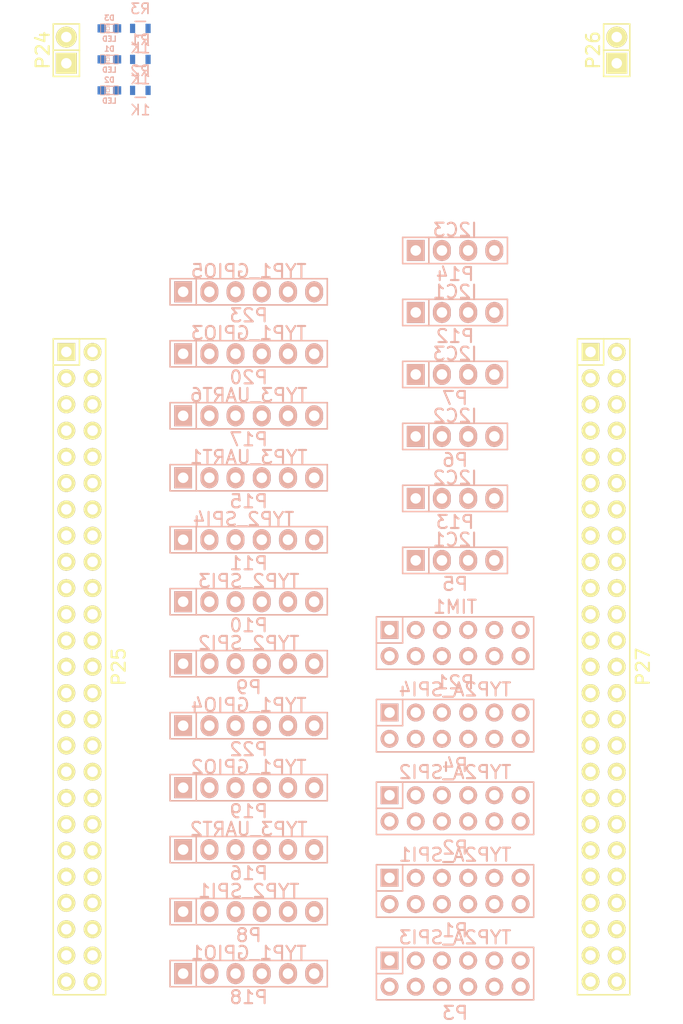
<source format=kicad_pcb>
(kicad_pcb (version 4) (host pcbnew "(2014-10-25 BZR 5223)-product")

  (general
    (links 170)
    (no_connects 170)
    (area 99.836067 99.421 166.163934 197.100001)
    (thickness 1.6)
    (drawings 4)
    (tracks 0)
    (zones 0)
    (modules 33)
    (nets 78)
  )

  (page A4)
  (layers
    (0 F.Cu signal)
    (31 B.Cu signal)
    (32 B.Adhes user)
    (33 F.Adhes user)
    (34 B.Paste user)
    (35 F.Paste user)
    (36 B.SilkS user)
    (37 F.SilkS user)
    (38 B.Mask user)
    (39 F.Mask user)
    (40 Dwgs.User user)
    (41 Cmts.User user)
    (42 Eco1.User user)
    (43 Eco2.User user)
    (44 Edge.Cuts user)
    (45 Margin user)
    (46 B.CrtYd user)
    (47 F.CrtYd user)
    (48 B.Fab user)
    (49 F.Fab user)
  )

  (setup
    (last_trace_width 0.254)
    (trace_clearance 0.254)
    (zone_clearance 0.508)
    (zone_45_only no)
    (trace_min 0.254)
    (segment_width 0.2)
    (edge_width 0.1)
    (via_size 0.889)
    (via_drill 0.635)
    (via_min_size 0.889)
    (via_min_drill 0.508)
    (uvia_size 0.508)
    (uvia_drill 0.127)
    (uvias_allowed no)
    (uvia_min_size 0.508)
    (uvia_min_drill 0.127)
    (pcb_text_width 0.3)
    (pcb_text_size 1.5 1.5)
    (mod_edge_width 0.15)
    (mod_text_size 1 1)
    (mod_text_width 0.15)
    (pad_size 1.5 1.5)
    (pad_drill 0.6)
    (pad_to_mask_clearance 0)
    (aux_axis_origin 0 0)
    (visible_elements FFFDF77F)
    (pcbplotparams
      (layerselection 0x00030_80000001)
      (usegerberextensions false)
      (excludeedgelayer true)
      (linewidth 0.100000)
      (plotframeref false)
      (viasonmask false)
      (mode 1)
      (useauxorigin false)
      (hpglpennumber 1)
      (hpglpenspeed 20)
      (hpglpendiameter 15)
      (hpglpenoverlay 2)
      (psnegative false)
      (psa4output false)
      (plotreference true)
      (plotvalue true)
      (plotinvisibletext false)
      (padsonsilk false)
      (subtractmaskfromsilk false)
      (outputformat 1)
      (mirror false)
      (drillshape 1)
      (scaleselection 1)
      (outputdirectory ""))
  )

  (net 0 "")
  (net 1 "Net-(D1-Pad1)")
  (net 2 /GND)
  (net 3 "Net-(D2-Pad1)")
  (net 4 "Net-(D3-Pad1)")
  (net 5 /PE3)
  (net 6 /PE4)
  (net 7 /PB5)
  (net 8 /PC13)
  (net 9 /PA6)
  (net 10 /PB7)
  (net 11 /PA5)
  (net 12 /3V)
  (net 13 /PD8)
  (net 14 /PD9)
  (net 15 /PB15)
  (net 16 /PD10)
  (net 17 /PB14)
  (net 18 /PE0)
  (net 19 /PB13)
  (net 20 /PD11)
  (net 21 /PD0)
  (net 22 /PC12)
  (net 23 /PD1)
  (net 24 /PC11)
  (net 25 /PC10)
  (net 26 /PD3)
  (net 27 /PD4)
  (net 28 /PE6)
  (net 29 /PD7)
  (net 30 /PE5)
  (net 31 /PE2)
  (net 32 /PB8)
  (net 33 /PB9)
  (net 34 /PB10)
  (net 35 /PB3)
  (net 36 /PA8)
  (net 37 /PC9)
  (net 38 /PE1)
  (net 39 /PC4)
  (net 40 /PC5)
  (net 41 /PB12)
  (net 42 /PA10)
  (net 43 /PA9)
  (net 44 /PD6)
  (net 45 /PD5)
  (net 46 /PC7)
  (net 47 /PC6)
  (net 48 /PA0)
  (net 49 /PA1)
  (net 50 /PA2)
  (net 51 /PA3)
  (net 52 /PA4)
  (net 53 /PA7)
  (net 54 /PB0)
  (net 55 /PB1)
  (net 56 /PC0)
  (net 57 /PC1)
  (net 58 /PC2)
  (net 59 /PC3)
  (net 60 /PE9)
  (net 61 /PE8)
  (net 62 /PE11)
  (net 63 /PE10)
  (net 64 /PE13)
  (net 65 /PE12)
  (net 66 /PE7)
  (net 67 /PE15)
  (net 68 /PD12)
  (net 69 /PD13)
  (net 70 /PD14)
  (net 71 /PD15)
  (net 72 /PE14)
  (net 73 /PC8)
  (net 74 /PD2)
  (net 75 /PB6)
  (net 76 /VDD)
  (net 77 /5V)

  (net_class Default "This is the default net class."
    (clearance 0.254)
    (trace_width 0.254)
    (via_dia 0.889)
    (via_drill 0.635)
    (uvia_dia 0.508)
    (uvia_drill 0.127)
    (add_net /3V)
    (add_net /5V)
    (add_net /GND)
    (add_net /PA0)
    (add_net /PA1)
    (add_net /PA10)
    (add_net /PA2)
    (add_net /PA3)
    (add_net /PA4)
    (add_net /PA5)
    (add_net /PA6)
    (add_net /PA7)
    (add_net /PA8)
    (add_net /PA9)
    (add_net /PB0)
    (add_net /PB1)
    (add_net /PB10)
    (add_net /PB12)
    (add_net /PB13)
    (add_net /PB14)
    (add_net /PB15)
    (add_net /PB3)
    (add_net /PB5)
    (add_net /PB6)
    (add_net /PB7)
    (add_net /PB8)
    (add_net /PB9)
    (add_net /PC0)
    (add_net /PC1)
    (add_net /PC10)
    (add_net /PC11)
    (add_net /PC12)
    (add_net /PC13)
    (add_net /PC2)
    (add_net /PC3)
    (add_net /PC4)
    (add_net /PC5)
    (add_net /PC6)
    (add_net /PC7)
    (add_net /PC8)
    (add_net /PC9)
    (add_net /PD0)
    (add_net /PD1)
    (add_net /PD10)
    (add_net /PD11)
    (add_net /PD12)
    (add_net /PD13)
    (add_net /PD14)
    (add_net /PD15)
    (add_net /PD2)
    (add_net /PD3)
    (add_net /PD4)
    (add_net /PD5)
    (add_net /PD6)
    (add_net /PD7)
    (add_net /PD8)
    (add_net /PD9)
    (add_net /PE0)
    (add_net /PE1)
    (add_net /PE10)
    (add_net /PE11)
    (add_net /PE12)
    (add_net /PE13)
    (add_net /PE14)
    (add_net /PE15)
    (add_net /PE2)
    (add_net /PE3)
    (add_net /PE4)
    (add_net /PE5)
    (add_net /PE6)
    (add_net /PE7)
    (add_net /PE8)
    (add_net /PE9)
    (add_net /VDD)
    (add_net "Net-(D1-Pad1)")
    (add_net "Net-(D2-Pad1)")
    (add_net "Net-(D3-Pad1)")
  )

  (module LEDs.pretty:LED-0603 (layer B.Cu) (tedit 54E2457B) (tstamp 54E25279)
    (at 110.5 105.5 180)
    (descr "LED 0603 smd package")
    (tags "LED led 0603 SMD smd SMT smt smdled SMDLED smtled SMTLED")
    (path /54E1DFD6)
    (attr smd)
    (fp_text reference D1 (at 0 1.016 180) (layer B.SilkS)
      (effects (font (size 0.508 0.508) (thickness 0.127)) (justify mirror))
    )
    (fp_text value LED (at 0 -1.016 180) (layer B.SilkS)
      (effects (font (size 0.508 0.508) (thickness 0.127)) (justify mirror))
    )
    (fp_line (start 0.44958 0.44958) (end 0.44958 -0.44958) (layer B.SilkS) (width 0.06604))
    (fp_line (start 0.44958 -0.44958) (end 0.84836 -0.44958) (layer B.SilkS) (width 0.06604))
    (fp_line (start 0.84836 0.44958) (end 0.84836 -0.44958) (layer B.SilkS) (width 0.06604))
    (fp_line (start 0.44958 0.44958) (end 0.84836 0.44958) (layer B.SilkS) (width 0.06604))
    (fp_line (start -0.84836 0.44958) (end -0.84836 -0.44958) (layer B.SilkS) (width 0.06604))
    (fp_line (start -0.84836 -0.44958) (end -0.44958 -0.44958) (layer B.SilkS) (width 0.06604))
    (fp_line (start -0.44958 0.44958) (end -0.44958 -0.44958) (layer B.SilkS) (width 0.06604))
    (fp_line (start -0.84836 0.44958) (end -0.44958 0.44958) (layer B.SilkS) (width 0.06604))
    (fp_line (start 0 0.44958) (end 0 0.29972) (layer B.SilkS) (width 0.06604))
    (fp_line (start 0 0.29972) (end 0.29972 0.29972) (layer B.SilkS) (width 0.06604))
    (fp_line (start 0.29972 0.44958) (end 0.29972 0.29972) (layer B.SilkS) (width 0.06604))
    (fp_line (start 0 0.44958) (end 0.29972 0.44958) (layer B.SilkS) (width 0.06604))
    (fp_line (start 0 -0.29972) (end 0 -0.44958) (layer B.SilkS) (width 0.06604))
    (fp_line (start 0 -0.44958) (end 0.29972 -0.44958) (layer B.SilkS) (width 0.06604))
    (fp_line (start 0.29972 -0.29972) (end 0.29972 -0.44958) (layer B.SilkS) (width 0.06604))
    (fp_line (start 0 -0.29972) (end 0.29972 -0.29972) (layer B.SilkS) (width 0.06604))
    (fp_line (start 0 0.14986) (end 0 -0.14986) (layer B.SilkS) (width 0.06604))
    (fp_line (start 0 -0.14986) (end 0.29972 -0.14986) (layer B.SilkS) (width 0.06604))
    (fp_line (start 0.29972 0.14986) (end 0.29972 -0.14986) (layer B.SilkS) (width 0.06604))
    (fp_line (start 0 0.14986) (end 0.29972 0.14986) (layer B.SilkS) (width 0.06604))
    (fp_line (start 0.44958 0.39878) (end -0.44958 0.39878) (layer B.SilkS) (width 0.1016))
    (fp_line (start 0.44958 -0.39878) (end -0.44958 -0.39878) (layer B.SilkS) (width 0.1016))
    (pad 1 smd rect (at -0.7493 0 180) (size 0.79756 0.79756) (layers B.Cu B.Paste B.Mask)
      (net 1 "Net-(D1-Pad1)"))
    (pad 2 smd rect (at 0.7493 0 180) (size 0.79756 0.79756) (layers B.Cu B.Paste B.Mask)
      (net 2 /GND))
  )

  (module LEDs.pretty:LED-0603 (layer B.Cu) (tedit 54E2457B) (tstamp 54E25272)
    (at 110.5 108.5 180)
    (descr "LED 0603 smd package")
    (tags "LED led 0603 SMD smd SMT smt smdled SMDLED smtled SMTLED")
    (path /54E1EFD8)
    (attr smd)
    (fp_text reference D2 (at 0 1.016 180) (layer B.SilkS)
      (effects (font (size 0.508 0.508) (thickness 0.127)) (justify mirror))
    )
    (fp_text value LED (at 0 -1.016 180) (layer B.SilkS)
      (effects (font (size 0.508 0.508) (thickness 0.127)) (justify mirror))
    )
    (fp_line (start 0.44958 0.44958) (end 0.44958 -0.44958) (layer B.SilkS) (width 0.06604))
    (fp_line (start 0.44958 -0.44958) (end 0.84836 -0.44958) (layer B.SilkS) (width 0.06604))
    (fp_line (start 0.84836 0.44958) (end 0.84836 -0.44958) (layer B.SilkS) (width 0.06604))
    (fp_line (start 0.44958 0.44958) (end 0.84836 0.44958) (layer B.SilkS) (width 0.06604))
    (fp_line (start -0.84836 0.44958) (end -0.84836 -0.44958) (layer B.SilkS) (width 0.06604))
    (fp_line (start -0.84836 -0.44958) (end -0.44958 -0.44958) (layer B.SilkS) (width 0.06604))
    (fp_line (start -0.44958 0.44958) (end -0.44958 -0.44958) (layer B.SilkS) (width 0.06604))
    (fp_line (start -0.84836 0.44958) (end -0.44958 0.44958) (layer B.SilkS) (width 0.06604))
    (fp_line (start 0 0.44958) (end 0 0.29972) (layer B.SilkS) (width 0.06604))
    (fp_line (start 0 0.29972) (end 0.29972 0.29972) (layer B.SilkS) (width 0.06604))
    (fp_line (start 0.29972 0.44958) (end 0.29972 0.29972) (layer B.SilkS) (width 0.06604))
    (fp_line (start 0 0.44958) (end 0.29972 0.44958) (layer B.SilkS) (width 0.06604))
    (fp_line (start 0 -0.29972) (end 0 -0.44958) (layer B.SilkS) (width 0.06604))
    (fp_line (start 0 -0.44958) (end 0.29972 -0.44958) (layer B.SilkS) (width 0.06604))
    (fp_line (start 0.29972 -0.29972) (end 0.29972 -0.44958) (layer B.SilkS) (width 0.06604))
    (fp_line (start 0 -0.29972) (end 0.29972 -0.29972) (layer B.SilkS) (width 0.06604))
    (fp_line (start 0 0.14986) (end 0 -0.14986) (layer B.SilkS) (width 0.06604))
    (fp_line (start 0 -0.14986) (end 0.29972 -0.14986) (layer B.SilkS) (width 0.06604))
    (fp_line (start 0.29972 0.14986) (end 0.29972 -0.14986) (layer B.SilkS) (width 0.06604))
    (fp_line (start 0 0.14986) (end 0.29972 0.14986) (layer B.SilkS) (width 0.06604))
    (fp_line (start 0.44958 0.39878) (end -0.44958 0.39878) (layer B.SilkS) (width 0.1016))
    (fp_line (start 0.44958 -0.39878) (end -0.44958 -0.39878) (layer B.SilkS) (width 0.1016))
    (pad 1 smd rect (at -0.7493 0 180) (size 0.79756 0.79756) (layers B.Cu B.Paste B.Mask)
      (net 3 "Net-(D2-Pad1)"))
    (pad 2 smd rect (at 0.7493 0 180) (size 0.79756 0.79756) (layers B.Cu B.Paste B.Mask)
      (net 2 /GND))
  )

  (module LEDs.pretty:LED-0603 (layer B.Cu) (tedit 54E2457B) (tstamp 54E2526B)
    (at 110.5 102.5 180)
    (descr "LED 0603 smd package")
    (tags "LED led 0603 SMD smd SMT smt smdled SMDLED smtled SMTLED")
    (path /54E1F0C3)
    (attr smd)
    (fp_text reference D3 (at 0 1.016 180) (layer B.SilkS)
      (effects (font (size 0.508 0.508) (thickness 0.127)) (justify mirror))
    )
    (fp_text value LED (at 0 -1.016 180) (layer B.SilkS)
      (effects (font (size 0.508 0.508) (thickness 0.127)) (justify mirror))
    )
    (fp_line (start 0.44958 0.44958) (end 0.44958 -0.44958) (layer B.SilkS) (width 0.06604))
    (fp_line (start 0.44958 -0.44958) (end 0.84836 -0.44958) (layer B.SilkS) (width 0.06604))
    (fp_line (start 0.84836 0.44958) (end 0.84836 -0.44958) (layer B.SilkS) (width 0.06604))
    (fp_line (start 0.44958 0.44958) (end 0.84836 0.44958) (layer B.SilkS) (width 0.06604))
    (fp_line (start -0.84836 0.44958) (end -0.84836 -0.44958) (layer B.SilkS) (width 0.06604))
    (fp_line (start -0.84836 -0.44958) (end -0.44958 -0.44958) (layer B.SilkS) (width 0.06604))
    (fp_line (start -0.44958 0.44958) (end -0.44958 -0.44958) (layer B.SilkS) (width 0.06604))
    (fp_line (start -0.84836 0.44958) (end -0.44958 0.44958) (layer B.SilkS) (width 0.06604))
    (fp_line (start 0 0.44958) (end 0 0.29972) (layer B.SilkS) (width 0.06604))
    (fp_line (start 0 0.29972) (end 0.29972 0.29972) (layer B.SilkS) (width 0.06604))
    (fp_line (start 0.29972 0.44958) (end 0.29972 0.29972) (layer B.SilkS) (width 0.06604))
    (fp_line (start 0 0.44958) (end 0.29972 0.44958) (layer B.SilkS) (width 0.06604))
    (fp_line (start 0 -0.29972) (end 0 -0.44958) (layer B.SilkS) (width 0.06604))
    (fp_line (start 0 -0.44958) (end 0.29972 -0.44958) (layer B.SilkS) (width 0.06604))
    (fp_line (start 0.29972 -0.29972) (end 0.29972 -0.44958) (layer B.SilkS) (width 0.06604))
    (fp_line (start 0 -0.29972) (end 0.29972 -0.29972) (layer B.SilkS) (width 0.06604))
    (fp_line (start 0 0.14986) (end 0 -0.14986) (layer B.SilkS) (width 0.06604))
    (fp_line (start 0 -0.14986) (end 0.29972 -0.14986) (layer B.SilkS) (width 0.06604))
    (fp_line (start 0.29972 0.14986) (end 0.29972 -0.14986) (layer B.SilkS) (width 0.06604))
    (fp_line (start 0 0.14986) (end 0.29972 0.14986) (layer B.SilkS) (width 0.06604))
    (fp_line (start 0.44958 0.39878) (end -0.44958 0.39878) (layer B.SilkS) (width 0.1016))
    (fp_line (start 0.44958 -0.39878) (end -0.44958 -0.39878) (layer B.SilkS) (width 0.1016))
    (pad 1 smd rect (at -0.7493 0 180) (size 0.79756 0.79756) (layers B.Cu B.Paste B.Mask)
      (net 4 "Net-(D3-Pad1)"))
    (pad 2 smd rect (at 0.7493 0 180) (size 0.79756 0.79756) (layers B.Cu B.Paste B.Mask)
      (net 2 /GND))
  )

  (module Resistors_SMD.pretty:R_0603 (layer B.Cu) (tedit 5415CC62) (tstamp 54E25264)
    (at 113.5 105.5 180)
    (descr "Resistor SMD 0603, reflow soldering, Vishay (see dcrcw.pdf)")
    (tags "resistor 0603")
    (path /54E1E6CF)
    (attr smd)
    (fp_text reference R1 (at 0 1.9 180) (layer B.SilkS)
      (effects (font (size 1 1) (thickness 0.15)) (justify mirror))
    )
    (fp_text value 1K (at 0 -1.9 180) (layer B.SilkS)
      (effects (font (size 1 1) (thickness 0.15)) (justify mirror))
    )
    (fp_line (start -1.3 0.8) (end 1.3 0.8) (layer B.CrtYd) (width 0.05))
    (fp_line (start -1.3 -0.8) (end 1.3 -0.8) (layer B.CrtYd) (width 0.05))
    (fp_line (start -1.3 0.8) (end -1.3 -0.8) (layer B.CrtYd) (width 0.05))
    (fp_line (start 1.3 0.8) (end 1.3 -0.8) (layer B.CrtYd) (width 0.05))
    (fp_line (start 0.5 -0.675) (end -0.5 -0.675) (layer B.SilkS) (width 0.15))
    (fp_line (start -0.5 0.675) (end 0.5 0.675) (layer B.SilkS) (width 0.15))
    (pad 1 smd rect (at -0.75 0 180) (size 0.5 0.9) (layers B.Cu B.Paste B.Mask)
      (net 77 /5V))
    (pad 2 smd rect (at 0.75 0 180) (size 0.5 0.9) (layers B.Cu B.Paste B.Mask)
      (net 1 "Net-(D1-Pad1)"))
    (model Resistors_SMD/R_0603.wrl
      (at (xyz 0 0 0))
      (scale (xyz 1 1 1))
      (rotate (xyz 0 0 0))
    )
  )

  (module Resistors_SMD.pretty:R_0603 (layer B.Cu) (tedit 5415CC62) (tstamp 54E2525D)
    (at 113.5 108.5 180)
    (descr "Resistor SMD 0603, reflow soldering, Vishay (see dcrcw.pdf)")
    (tags "resistor 0603")
    (path /54E1EFE0)
    (attr smd)
    (fp_text reference R2 (at 0 1.9 180) (layer B.SilkS)
      (effects (font (size 1 1) (thickness 0.15)) (justify mirror))
    )
    (fp_text value 1K (at 0 -1.9 180) (layer B.SilkS)
      (effects (font (size 1 1) (thickness 0.15)) (justify mirror))
    )
    (fp_line (start -1.3 0.8) (end 1.3 0.8) (layer B.CrtYd) (width 0.05))
    (fp_line (start -1.3 -0.8) (end 1.3 -0.8) (layer B.CrtYd) (width 0.05))
    (fp_line (start -1.3 0.8) (end -1.3 -0.8) (layer B.CrtYd) (width 0.05))
    (fp_line (start 1.3 0.8) (end 1.3 -0.8) (layer B.CrtYd) (width 0.05))
    (fp_line (start 0.5 -0.675) (end -0.5 -0.675) (layer B.SilkS) (width 0.15))
    (fp_line (start -0.5 0.675) (end 0.5 0.675) (layer B.SilkS) (width 0.15))
    (pad 1 smd rect (at -0.75 0 180) (size 0.5 0.9) (layers B.Cu B.Paste B.Mask)
      (net 12 /3V))
    (pad 2 smd rect (at 0.75 0 180) (size 0.5 0.9) (layers B.Cu B.Paste B.Mask)
      (net 3 "Net-(D2-Pad1)"))
    (model Resistors_SMD/R_0603.wrl
      (at (xyz 0 0 0))
      (scale (xyz 1 1 1))
      (rotate (xyz 0 0 0))
    )
  )

  (module Resistors_SMD.pretty:R_0603 (layer B.Cu) (tedit 5415CC62) (tstamp 54E25256)
    (at 113.5 102.5 180)
    (descr "Resistor SMD 0603, reflow soldering, Vishay (see dcrcw.pdf)")
    (tags "resistor 0603")
    (path /54E1F0CB)
    (attr smd)
    (fp_text reference R3 (at 0 1.9 180) (layer B.SilkS)
      (effects (font (size 1 1) (thickness 0.15)) (justify mirror))
    )
    (fp_text value 1K (at 0 -1.9 180) (layer B.SilkS)
      (effects (font (size 1 1) (thickness 0.15)) (justify mirror))
    )
    (fp_line (start -1.3 0.8) (end 1.3 0.8) (layer B.CrtYd) (width 0.05))
    (fp_line (start -1.3 -0.8) (end 1.3 -0.8) (layer B.CrtYd) (width 0.05))
    (fp_line (start -1.3 0.8) (end -1.3 -0.8) (layer B.CrtYd) (width 0.05))
    (fp_line (start 1.3 0.8) (end 1.3 -0.8) (layer B.CrtYd) (width 0.05))
    (fp_line (start 0.5 -0.675) (end -0.5 -0.675) (layer B.SilkS) (width 0.15))
    (fp_line (start -0.5 0.675) (end 0.5 0.675) (layer B.SilkS) (width 0.15))
    (pad 1 smd rect (at -0.75 0 180) (size 0.5 0.9) (layers B.Cu B.Paste B.Mask)
      (net 76 /VDD))
    (pad 2 smd rect (at 0.75 0 180) (size 0.5 0.9) (layers B.Cu B.Paste B.Mask)
      (net 4 "Net-(D3-Pad1)"))
    (model Resistors_SMD/R_0603.wrl
      (at (xyz 0 0 0))
      (scale (xyz 1 1 1))
      (rotate (xyz 0 0 0))
    )
  )

  (module Pin_Headers.pretty:Pin_Header_Straight_2x06 (layer B.Cu) (tedit 54E24F75) (tstamp 54E25586)
    (at 144 186)
    (descr "Through hole pin header")
    (tags "pin header")
    (path /54E184B3)
    (fp_text reference P1 (at 0 3.81) (layer B.SilkS)
      (effects (font (size 1.27 1.27) (thickness 0.2032)) (justify mirror))
    )
    (fp_text value TYP2A_SPI1 (at 0 -3.5) (layer B.SilkS)
      (effects (font (size 1.27 1.27) (thickness 0.2032)) (justify mirror))
    )
    (fp_line (start 7.62 2.54) (end -7.62 2.54) (layer B.SilkS) (width 0.15))
    (fp_line (start -5.08 -2.54) (end 7.62 -2.54) (layer B.SilkS) (width 0.15))
    (fp_line (start 7.62 2.54) (end 7.62 -2.54) (layer B.SilkS) (width 0.15))
    (fp_line (start -7.62 2.54) (end -7.62 0) (layer B.SilkS) (width 0.15))
    (fp_line (start -7.62 -2.54) (end -5.08 -2.54) (layer B.SilkS) (width 0.15))
    (fp_line (start -7.62 0) (end -5.08 0) (layer B.SilkS) (width 0.15))
    (fp_line (start -5.08 0) (end -5.08 -2.54) (layer B.SilkS) (width 0.15))
    (fp_line (start -7.62 -2.54) (end -7.62 0) (layer B.SilkS) (width 0.15))
    (pad 1 thru_hole rect (at -6.35 -1.27) (size 1.7272 1.7272) (drill 1.016) (layers *.Cu *.Mask B.SilkS)
      (net 5 /PE3))
    (pad 2 thru_hole oval (at -6.35 1.27) (size 1.7272 1.7272) (drill 1.016) (layers *.Cu *.Mask B.SilkS)
      (net 6 /PE4))
    (pad 3 thru_hole oval (at -3.81 -1.27) (size 1.7272 1.7272) (drill 1.016) (layers *.Cu *.Mask B.SilkS)
      (net 7 /PB5))
    (pad 4 thru_hole oval (at -3.81 1.27) (size 1.7272 1.7272) (drill 1.016) (layers *.Cu *.Mask B.SilkS)
      (net 8 /PC13))
    (pad 5 thru_hole oval (at -1.27 -1.27) (size 1.7272 1.7272) (drill 1.016) (layers *.Cu *.Mask B.SilkS)
      (net 9 /PA6))
    (pad 6 thru_hole oval (at -1.27 1.27) (size 1.7272 1.7272) (drill 1.016) (layers *.Cu *.Mask B.SilkS)
      (net 10 /PB7))
    (pad 7 thru_hole oval (at 1.27 -1.27) (size 1.7272 1.7272) (drill 1.016) (layers *.Cu *.Mask B.SilkS)
      (net 11 /PA5))
    (pad 8 thru_hole oval (at 1.27 1.27) (size 1.7272 1.7272) (drill 1.016) (layers *.Cu *.Mask B.SilkS))
    (pad 9 thru_hole oval (at 3.81 -1.27) (size 1.7272 1.7272) (drill 1.016) (layers *.Cu *.Mask B.SilkS)
      (net 2 /GND))
    (pad 10 thru_hole oval (at 3.81 1.27) (size 1.7272 1.7272) (drill 1.016) (layers *.Cu *.Mask B.SilkS)
      (net 2 /GND))
    (pad 11 thru_hole oval (at 6.35 -1.27) (size 1.7272 1.7272) (drill 1.016) (layers *.Cu *.Mask B.SilkS)
      (net 12 /3V))
    (pad 12 thru_hole oval (at 6.35 1.27) (size 1.7272 1.7272) (drill 1.016) (layers *.Cu *.Mask B.SilkS)
      (net 12 /3V))
    (model Pin_Headers/Pin_Header_Straight_2x06.wrl
      (at (xyz 0 0 0))
      (scale (xyz 1 1 1))
      (rotate (xyz 0 0 0))
    )
  )

  (module Pin_Headers.pretty:Pin_Header_Straight_2x06 (layer B.Cu) (tedit 54E24F6C) (tstamp 54E2556D)
    (at 144 178)
    (descr "Through hole pin header")
    (tags "pin header")
    (path /54E18C94)
    (fp_text reference P2 (at 0 3.81) (layer B.SilkS)
      (effects (font (size 1.27 1.27) (thickness 0.2032)) (justify mirror))
    )
    (fp_text value TYP2A_SPI2 (at 0 -3.5) (layer B.SilkS)
      (effects (font (size 1.27 1.27) (thickness 0.2032)) (justify mirror))
    )
    (fp_line (start 7.62 2.54) (end -7.62 2.54) (layer B.SilkS) (width 0.15))
    (fp_line (start -5.08 -2.54) (end 7.62 -2.54) (layer B.SilkS) (width 0.15))
    (fp_line (start 7.62 2.54) (end 7.62 -2.54) (layer B.SilkS) (width 0.15))
    (fp_line (start -7.62 2.54) (end -7.62 0) (layer B.SilkS) (width 0.15))
    (fp_line (start -7.62 -2.54) (end -5.08 -2.54) (layer B.SilkS) (width 0.15))
    (fp_line (start -7.62 0) (end -5.08 0) (layer B.SilkS) (width 0.15))
    (fp_line (start -5.08 0) (end -5.08 -2.54) (layer B.SilkS) (width 0.15))
    (fp_line (start -7.62 -2.54) (end -7.62 0) (layer B.SilkS) (width 0.15))
    (pad 1 thru_hole rect (at -6.35 -1.27) (size 1.7272 1.7272) (drill 1.016) (layers *.Cu *.Mask B.SilkS)
      (net 13 /PD8))
    (pad 2 thru_hole oval (at -6.35 1.27) (size 1.7272 1.7272) (drill 1.016) (layers *.Cu *.Mask B.SilkS)
      (net 14 /PD9))
    (pad 3 thru_hole oval (at -3.81 -1.27) (size 1.7272 1.7272) (drill 1.016) (layers *.Cu *.Mask B.SilkS)
      (net 15 /PB15))
    (pad 4 thru_hole oval (at -3.81 1.27) (size 1.7272 1.7272) (drill 1.016) (layers *.Cu *.Mask B.SilkS)
      (net 16 /PD10))
    (pad 5 thru_hole oval (at -1.27 -1.27) (size 1.7272 1.7272) (drill 1.016) (layers *.Cu *.Mask B.SilkS)
      (net 17 /PB14))
    (pad 6 thru_hole oval (at -1.27 1.27) (size 1.7272 1.7272) (drill 1.016) (layers *.Cu *.Mask B.SilkS)
      (net 18 /PE0))
    (pad 7 thru_hole oval (at 1.27 -1.27) (size 1.7272 1.7272) (drill 1.016) (layers *.Cu *.Mask B.SilkS)
      (net 19 /PB13))
    (pad 8 thru_hole oval (at 1.27 1.27) (size 1.7272 1.7272) (drill 1.016) (layers *.Cu *.Mask B.SilkS))
    (pad 9 thru_hole oval (at 3.81 -1.27) (size 1.7272 1.7272) (drill 1.016) (layers *.Cu *.Mask B.SilkS)
      (net 2 /GND))
    (pad 10 thru_hole oval (at 3.81 1.27) (size 1.7272 1.7272) (drill 1.016) (layers *.Cu *.Mask B.SilkS)
      (net 2 /GND))
    (pad 11 thru_hole oval (at 6.35 -1.27) (size 1.7272 1.7272) (drill 1.016) (layers *.Cu *.Mask B.SilkS)
      (net 12 /3V))
    (pad 12 thru_hole oval (at 6.35 1.27) (size 1.7272 1.7272) (drill 1.016) (layers *.Cu *.Mask B.SilkS)
      (net 12 /3V))
    (model Pin_Headers/Pin_Header_Straight_2x06.wrl
      (at (xyz 0 0 0))
      (scale (xyz 1 1 1))
      (rotate (xyz 0 0 0))
    )
  )

  (module Pin_Headers.pretty:Pin_Header_Straight_2x06 (layer B.Cu) (tedit 54E24F7A) (tstamp 54E2555C)
    (at 144 194)
    (descr "Through hole pin header")
    (tags "pin header")
    (path /54E18D1C)
    (fp_text reference P3 (at 0 3.81) (layer B.SilkS)
      (effects (font (size 1.27 1.27) (thickness 0.2032)) (justify mirror))
    )
    (fp_text value TYP2A_SPI3 (at 0 -3.5) (layer B.SilkS)
      (effects (font (size 1.27 1.27) (thickness 0.2032)) (justify mirror))
    )
    (fp_line (start 7.62 2.54) (end -7.62 2.54) (layer B.SilkS) (width 0.15))
    (fp_line (start -5.08 -2.54) (end 7.62 -2.54) (layer B.SilkS) (width 0.15))
    (fp_line (start 7.62 2.54) (end 7.62 -2.54) (layer B.SilkS) (width 0.15))
    (fp_line (start -7.62 2.54) (end -7.62 0) (layer B.SilkS) (width 0.15))
    (fp_line (start -7.62 -2.54) (end -5.08 -2.54) (layer B.SilkS) (width 0.15))
    (fp_line (start -7.62 0) (end -5.08 0) (layer B.SilkS) (width 0.15))
    (fp_line (start -5.08 0) (end -5.08 -2.54) (layer B.SilkS) (width 0.15))
    (fp_line (start -7.62 -2.54) (end -7.62 0) (layer B.SilkS) (width 0.15))
    (pad 1 thru_hole rect (at -6.35 -1.27) (size 1.7272 1.7272) (drill 1.016) (layers *.Cu *.Mask B.SilkS)
      (net 20 /PD11))
    (pad 2 thru_hole oval (at -6.35 1.27) (size 1.7272 1.7272) (drill 1.016) (layers *.Cu *.Mask B.SilkS)
      (net 21 /PD0))
    (pad 3 thru_hole oval (at -3.81 -1.27) (size 1.7272 1.7272) (drill 1.016) (layers *.Cu *.Mask B.SilkS)
      (net 22 /PC12))
    (pad 4 thru_hole oval (at -3.81 1.27) (size 1.7272 1.7272) (drill 1.016) (layers *.Cu *.Mask B.SilkS)
      (net 23 /PD1))
    (pad 5 thru_hole oval (at -1.27 -1.27) (size 1.7272 1.7272) (drill 1.016) (layers *.Cu *.Mask B.SilkS)
      (net 24 /PC11))
    (pad 6 thru_hole oval (at -1.27 1.27) (size 1.7272 1.7272) (drill 1.016) (layers *.Cu *.Mask B.SilkS))
    (pad 7 thru_hole oval (at 1.27 -1.27) (size 1.7272 1.7272) (drill 1.016) (layers *.Cu *.Mask B.SilkS)
      (net 25 /PC10))
    (pad 8 thru_hole oval (at 1.27 1.27) (size 1.7272 1.7272) (drill 1.016) (layers *.Cu *.Mask B.SilkS))
    (pad 9 thru_hole oval (at 3.81 -1.27) (size 1.7272 1.7272) (drill 1.016) (layers *.Cu *.Mask B.SilkS)
      (net 2 /GND))
    (pad 10 thru_hole oval (at 3.81 1.27) (size 1.7272 1.7272) (drill 1.016) (layers *.Cu *.Mask B.SilkS)
      (net 2 /GND))
    (pad 11 thru_hole oval (at 6.35 -1.27) (size 1.7272 1.7272) (drill 1.016) (layers *.Cu *.Mask B.SilkS)
      (net 12 /3V))
    (pad 12 thru_hole oval (at 6.35 1.27) (size 1.7272 1.7272) (drill 1.016) (layers *.Cu *.Mask B.SilkS)
      (net 12 /3V))
    (model Pin_Headers/Pin_Header_Straight_2x06.wrl
      (at (xyz 0 0 0))
      (scale (xyz 1 1 1))
      (rotate (xyz 0 0 0))
    )
  )

  (module Pin_Headers.pretty:Pin_Header_Straight_2x06 (layer B.Cu) (tedit 54E24F69) (tstamp 54E2554B)
    (at 144 170)
    (descr "Through hole pin header")
    (tags "pin header")
    (path /54E18D38)
    (fp_text reference P4 (at 0 3.81) (layer B.SilkS)
      (effects (font (size 1.27 1.27) (thickness 0.2032)) (justify mirror))
    )
    (fp_text value TYP2A_SPI4 (at 0 -3.5) (layer B.SilkS)
      (effects (font (size 1.27 1.27) (thickness 0.2032)) (justify mirror))
    )
    (fp_line (start 7.62 2.54) (end -7.62 2.54) (layer B.SilkS) (width 0.15))
    (fp_line (start -5.08 -2.54) (end 7.62 -2.54) (layer B.SilkS) (width 0.15))
    (fp_line (start 7.62 2.54) (end 7.62 -2.54) (layer B.SilkS) (width 0.15))
    (fp_line (start -7.62 2.54) (end -7.62 0) (layer B.SilkS) (width 0.15))
    (fp_line (start -7.62 -2.54) (end -5.08 -2.54) (layer B.SilkS) (width 0.15))
    (fp_line (start -7.62 0) (end -5.08 0) (layer B.SilkS) (width 0.15))
    (fp_line (start -5.08 0) (end -5.08 -2.54) (layer B.SilkS) (width 0.15))
    (fp_line (start -7.62 -2.54) (end -7.62 0) (layer B.SilkS) (width 0.15))
    (pad 1 thru_hole rect (at -6.35 -1.27) (size 1.7272 1.7272) (drill 1.016) (layers *.Cu *.Mask B.SilkS)
      (net 26 /PD3))
    (pad 2 thru_hole oval (at -6.35 1.27) (size 1.7272 1.7272) (drill 1.016) (layers *.Cu *.Mask B.SilkS)
      (net 27 /PD4))
    (pad 3 thru_hole oval (at -3.81 -1.27) (size 1.7272 1.7272) (drill 1.016) (layers *.Cu *.Mask B.SilkS)
      (net 28 /PE6))
    (pad 4 thru_hole oval (at -3.81 1.27) (size 1.7272 1.7272) (drill 1.016) (layers *.Cu *.Mask B.SilkS)
      (net 29 /PD7))
    (pad 5 thru_hole oval (at -1.27 -1.27) (size 1.7272 1.7272) (drill 1.016) (layers *.Cu *.Mask B.SilkS)
      (net 30 /PE5))
    (pad 6 thru_hole oval (at -1.27 1.27) (size 1.7272 1.7272) (drill 1.016) (layers *.Cu *.Mask B.SilkS))
    (pad 7 thru_hole oval (at 1.27 -1.27) (size 1.7272 1.7272) (drill 1.016) (layers *.Cu *.Mask B.SilkS)
      (net 31 /PE2))
    (pad 8 thru_hole oval (at 1.27 1.27) (size 1.7272 1.7272) (drill 1.016) (layers *.Cu *.Mask B.SilkS))
    (pad 9 thru_hole oval (at 3.81 -1.27) (size 1.7272 1.7272) (drill 1.016) (layers *.Cu *.Mask B.SilkS)
      (net 2 /GND))
    (pad 10 thru_hole oval (at 3.81 1.27) (size 1.7272 1.7272) (drill 1.016) (layers *.Cu *.Mask B.SilkS)
      (net 2 /GND))
    (pad 11 thru_hole oval (at 6.35 -1.27) (size 1.7272 1.7272) (drill 1.016) (layers *.Cu *.Mask B.SilkS)
      (net 12 /3V))
    (pad 12 thru_hole oval (at 6.35 1.27) (size 1.7272 1.7272) (drill 1.016) (layers *.Cu *.Mask B.SilkS)
      (net 12 /3V))
    (model Pin_Headers/Pin_Header_Straight_2x06.wrl
      (at (xyz 0 0 0))
      (scale (xyz 1 1 1))
      (rotate (xyz 0 0 0))
    )
  )

  (module Pin_Headers.pretty:Pin_Header_Straight_1x04 (layer B.Cu) (tedit 54E24F9C) (tstamp 54E2553A)
    (at 144 154)
    (descr "Through hole pin header")
    (tags "pin header")
    (path /54E17893)
    (fp_text reference P5 (at 0 2.286) (layer B.SilkS)
      (effects (font (size 1.27 1.27) (thickness 0.2032)) (justify mirror))
    )
    (fp_text value I2C1 (at 0 -2) (layer B.SilkS)
      (effects (font (size 1.27 1.27) (thickness 0.2032)) (justify mirror))
    )
    (fp_line (start -2.54 -1.27) (end 5.08 -1.27) (layer B.SilkS) (width 0.15))
    (fp_line (start -2.54 1.27) (end 5.08 1.27) (layer B.SilkS) (width 0.15))
    (fp_line (start -5.08 1.27) (end -2.54 1.27) (layer B.SilkS) (width 0.15))
    (fp_line (start 5.08 -1.27) (end 5.08 1.27) (layer B.SilkS) (width 0.15))
    (fp_line (start -2.54 1.27) (end -2.54 -1.27) (layer B.SilkS) (width 0.15))
    (fp_line (start -5.08 1.27) (end -5.08 -1.27) (layer B.SilkS) (width 0.15))
    (fp_line (start -5.08 -1.27) (end -2.54 -1.27) (layer B.SilkS) (width 0.15))
    (pad 1 thru_hole rect (at -3.81 0) (size 1.7272 2.032) (drill 1.016) (layers *.Cu *.Mask B.SilkS)
      (net 32 /PB8))
    (pad 2 thru_hole oval (at -1.27 0) (size 1.7272 2.032) (drill 1.016) (layers *.Cu *.Mask B.SilkS)
      (net 33 /PB9))
    (pad 3 thru_hole oval (at 1.27 0) (size 1.7272 2.032) (drill 1.016) (layers *.Cu *.Mask B.SilkS)
      (net 2 /GND))
    (pad 4 thru_hole oval (at 3.81 0) (size 1.7272 2.032) (drill 1.016) (layers *.Cu *.Mask B.SilkS)
      (net 12 /3V))
    (model Pin_Headers/Pin_Header_Straight_1x04.wrl
      (at (xyz 0 0 0))
      (scale (xyz 1 1 1))
      (rotate (xyz 0 0 0))
    )
  )

  (module Pin_Headers.pretty:Pin_Header_Straight_1x04 (layer B.Cu) (tedit 54E24F90) (tstamp 54E25531)
    (at 144 142)
    (descr "Through hole pin header")
    (tags "pin header")
    (path /54E1803C)
    (fp_text reference P6 (at 0 2.286) (layer B.SilkS)
      (effects (font (size 1.27 1.27) (thickness 0.2032)) (justify mirror))
    )
    (fp_text value I2C2 (at 0 -2) (layer B.SilkS)
      (effects (font (size 1.27 1.27) (thickness 0.2032)) (justify mirror))
    )
    (fp_line (start -2.54 -1.27) (end 5.08 -1.27) (layer B.SilkS) (width 0.15))
    (fp_line (start -2.54 1.27) (end 5.08 1.27) (layer B.SilkS) (width 0.15))
    (fp_line (start -5.08 1.27) (end -2.54 1.27) (layer B.SilkS) (width 0.15))
    (fp_line (start 5.08 -1.27) (end 5.08 1.27) (layer B.SilkS) (width 0.15))
    (fp_line (start -2.54 1.27) (end -2.54 -1.27) (layer B.SilkS) (width 0.15))
    (fp_line (start -5.08 1.27) (end -5.08 -1.27) (layer B.SilkS) (width 0.15))
    (fp_line (start -5.08 -1.27) (end -2.54 -1.27) (layer B.SilkS) (width 0.15))
    (pad 1 thru_hole rect (at -3.81 0) (size 1.7272 2.032) (drill 1.016) (layers *.Cu *.Mask B.SilkS)
      (net 34 /PB10))
    (pad 2 thru_hole oval (at -1.27 0) (size 1.7272 2.032) (drill 1.016) (layers *.Cu *.Mask B.SilkS)
      (net 35 /PB3))
    (pad 3 thru_hole oval (at 1.27 0) (size 1.7272 2.032) (drill 1.016) (layers *.Cu *.Mask B.SilkS)
      (net 2 /GND))
    (pad 4 thru_hole oval (at 3.81 0) (size 1.7272 2.032) (drill 1.016) (layers *.Cu *.Mask B.SilkS)
      (net 12 /3V))
    (model Pin_Headers/Pin_Header_Straight_1x04.wrl
      (at (xyz 0 0 0))
      (scale (xyz 1 1 1))
      (rotate (xyz 0 0 0))
    )
  )

  (module Pin_Headers.pretty:Pin_Header_Straight_1x04 (layer B.Cu) (tedit 54E24F8B) (tstamp 54E25528)
    (at 144 136)
    (descr "Through hole pin header")
    (tags "pin header")
    (path /54E182A8)
    (fp_text reference P7 (at 0 2.286) (layer B.SilkS)
      (effects (font (size 1.27 1.27) (thickness 0.2032)) (justify mirror))
    )
    (fp_text value I2C3 (at 0 -2) (layer B.SilkS)
      (effects (font (size 1.27 1.27) (thickness 0.2032)) (justify mirror))
    )
    (fp_line (start -2.54 -1.27) (end 5.08 -1.27) (layer B.SilkS) (width 0.15))
    (fp_line (start -2.54 1.27) (end 5.08 1.27) (layer B.SilkS) (width 0.15))
    (fp_line (start -5.08 1.27) (end -2.54 1.27) (layer B.SilkS) (width 0.15))
    (fp_line (start 5.08 -1.27) (end 5.08 1.27) (layer B.SilkS) (width 0.15))
    (fp_line (start -2.54 1.27) (end -2.54 -1.27) (layer B.SilkS) (width 0.15))
    (fp_line (start -5.08 1.27) (end -5.08 -1.27) (layer B.SilkS) (width 0.15))
    (fp_line (start -5.08 -1.27) (end -2.54 -1.27) (layer B.SilkS) (width 0.15))
    (pad 1 thru_hole rect (at -3.81 0) (size 1.7272 2.032) (drill 1.016) (layers *.Cu *.Mask B.SilkS)
      (net 36 /PA8))
    (pad 2 thru_hole oval (at -1.27 0) (size 1.7272 2.032) (drill 1.016) (layers *.Cu *.Mask B.SilkS)
      (net 37 /PC9))
    (pad 3 thru_hole oval (at 1.27 0) (size 1.7272 2.032) (drill 1.016) (layers *.Cu *.Mask B.SilkS)
      (net 2 /GND))
    (pad 4 thru_hole oval (at 3.81 0) (size 1.7272 2.032) (drill 1.016) (layers *.Cu *.Mask B.SilkS)
      (net 12 /3V))
    (model Pin_Headers/Pin_Header_Straight_1x04.wrl
      (at (xyz 0 0 0))
      (scale (xyz 1 1 1))
      (rotate (xyz 0 0 0))
    )
  )

  (module Pin_Headers.pretty:Pin_Header_Straight_1x06 (layer B.Cu) (tedit 54E24F58) (tstamp 54E2551F)
    (at 124 188)
    (descr "Through hole pin header")
    (tags "pin header")
    (path /54E19A58)
    (fp_text reference P8 (at 0 2.286) (layer B.SilkS)
      (effects (font (size 1.27 1.27) (thickness 0.2032)) (justify mirror))
    )
    (fp_text value TYP2_SPI1 (at 0 -2) (layer B.SilkS)
      (effects (font (size 1.27 1.27) (thickness 0.2032)) (justify mirror))
    )
    (fp_line (start -5.08 1.27) (end 7.62 1.27) (layer B.SilkS) (width 0.15))
    (fp_line (start 7.62 1.27) (end 7.62 -1.27) (layer B.SilkS) (width 0.15))
    (fp_line (start 7.62 -1.27) (end -5.08 -1.27) (layer B.SilkS) (width 0.15))
    (fp_line (start -7.62 1.27) (end -5.08 1.27) (layer B.SilkS) (width 0.15))
    (fp_line (start -5.08 1.27) (end -5.08 -1.27) (layer B.SilkS) (width 0.15))
    (fp_line (start -7.62 1.27) (end -7.62 -1.27) (layer B.SilkS) (width 0.15))
    (fp_line (start -7.62 -1.27) (end -5.08 -1.27) (layer B.SilkS) (width 0.15))
    (pad 1 thru_hole rect (at -6.35 0) (size 1.7272 2.032) (drill 1.016) (layers *.Cu *.Mask B.SilkS)
      (net 38 /PE1))
    (pad 2 thru_hole oval (at -3.81 0) (size 1.7272 2.032) (drill 1.016) (layers *.Cu *.Mask B.SilkS)
      (net 7 /PB5))
    (pad 3 thru_hole oval (at -1.27 0) (size 1.7272 2.032) (drill 1.016) (layers *.Cu *.Mask B.SilkS)
      (net 9 /PA6))
    (pad 4 thru_hole oval (at 1.27 0) (size 1.7272 2.032) (drill 1.016) (layers *.Cu *.Mask B.SilkS)
      (net 11 /PA5))
    (pad 5 thru_hole oval (at 3.81 0) (size 1.7272 2.032) (drill 1.016) (layers *.Cu *.Mask B.SilkS)
      (net 2 /GND))
    (pad 6 thru_hole oval (at 6.35 0) (size 1.7272 2.032) (drill 1.016) (layers *.Cu *.Mask B.SilkS)
      (net 12 /3V))
    (model Pin_Headers/Pin_Header_Straight_1x06.wrl
      (at (xyz 0 0 0))
      (scale (xyz 1 1 1))
      (rotate (xyz 0 0 0))
    )
  )

  (module Pin_Headers.pretty:Pin_Header_Straight_1x06 (layer B.Cu) (tedit 54E24F40) (tstamp 54E25514)
    (at 124 164)
    (descr "Through hole pin header")
    (tags "pin header")
    (path /54E19BBB)
    (fp_text reference P9 (at 0 2.286) (layer B.SilkS)
      (effects (font (size 1.27 1.27) (thickness 0.2032)) (justify mirror))
    )
    (fp_text value TYP2_SPI2 (at 0 -2) (layer B.SilkS)
      (effects (font (size 1.27 1.27) (thickness 0.2032)) (justify mirror))
    )
    (fp_line (start -5.08 1.27) (end 7.62 1.27) (layer B.SilkS) (width 0.15))
    (fp_line (start 7.62 1.27) (end 7.62 -1.27) (layer B.SilkS) (width 0.15))
    (fp_line (start 7.62 -1.27) (end -5.08 -1.27) (layer B.SilkS) (width 0.15))
    (fp_line (start -7.62 1.27) (end -5.08 1.27) (layer B.SilkS) (width 0.15))
    (fp_line (start -5.08 1.27) (end -5.08 -1.27) (layer B.SilkS) (width 0.15))
    (fp_line (start -7.62 1.27) (end -7.62 -1.27) (layer B.SilkS) (width 0.15))
    (fp_line (start -7.62 -1.27) (end -5.08 -1.27) (layer B.SilkS) (width 0.15))
    (pad 1 thru_hole rect (at -6.35 0) (size 1.7272 2.032) (drill 1.016) (layers *.Cu *.Mask B.SilkS)
      (net 39 /PC4))
    (pad 2 thru_hole oval (at -3.81 0) (size 1.7272 2.032) (drill 1.016) (layers *.Cu *.Mask B.SilkS)
      (net 15 /PB15))
    (pad 3 thru_hole oval (at -1.27 0) (size 1.7272 2.032) (drill 1.016) (layers *.Cu *.Mask B.SilkS)
      (net 17 /PB14))
    (pad 4 thru_hole oval (at 1.27 0) (size 1.7272 2.032) (drill 1.016) (layers *.Cu *.Mask B.SilkS)
      (net 19 /PB13))
    (pad 5 thru_hole oval (at 3.81 0) (size 1.7272 2.032) (drill 1.016) (layers *.Cu *.Mask B.SilkS)
      (net 2 /GND))
    (pad 6 thru_hole oval (at 6.35 0) (size 1.7272 2.032) (drill 1.016) (layers *.Cu *.Mask B.SilkS)
      (net 12 /3V))
    (model Pin_Headers/Pin_Header_Straight_1x06.wrl
      (at (xyz 0 0 0))
      (scale (xyz 1 1 1))
      (rotate (xyz 0 0 0))
    )
  )

  (module Pin_Headers.pretty:Pin_Header_Straight_1x06 (layer B.Cu) (tedit 54E24F3A) (tstamp 54E25509)
    (at 124 158)
    (descr "Through hole pin header")
    (tags "pin header")
    (path /54E19C2A)
    (fp_text reference P10 (at 0 2.286) (layer B.SilkS)
      (effects (font (size 1.27 1.27) (thickness 0.2032)) (justify mirror))
    )
    (fp_text value TYP2_SPI3 (at 0 -2) (layer B.SilkS)
      (effects (font (size 1.27 1.27) (thickness 0.2032)) (justify mirror))
    )
    (fp_line (start -5.08 1.27) (end 7.62 1.27) (layer B.SilkS) (width 0.15))
    (fp_line (start 7.62 1.27) (end 7.62 -1.27) (layer B.SilkS) (width 0.15))
    (fp_line (start 7.62 -1.27) (end -5.08 -1.27) (layer B.SilkS) (width 0.15))
    (fp_line (start -7.62 1.27) (end -5.08 1.27) (layer B.SilkS) (width 0.15))
    (fp_line (start -5.08 1.27) (end -5.08 -1.27) (layer B.SilkS) (width 0.15))
    (fp_line (start -7.62 1.27) (end -7.62 -1.27) (layer B.SilkS) (width 0.15))
    (fp_line (start -7.62 -1.27) (end -5.08 -1.27) (layer B.SilkS) (width 0.15))
    (pad 1 thru_hole rect (at -6.35 0) (size 1.7272 2.032) (drill 1.016) (layers *.Cu *.Mask B.SilkS)
      (net 40 /PC5))
    (pad 2 thru_hole oval (at -3.81 0) (size 1.7272 2.032) (drill 1.016) (layers *.Cu *.Mask B.SilkS)
      (net 22 /PC12))
    (pad 3 thru_hole oval (at -1.27 0) (size 1.7272 2.032) (drill 1.016) (layers *.Cu *.Mask B.SilkS)
      (net 24 /PC11))
    (pad 4 thru_hole oval (at 1.27 0) (size 1.7272 2.032) (drill 1.016) (layers *.Cu *.Mask B.SilkS)
      (net 25 /PC10))
    (pad 5 thru_hole oval (at 3.81 0) (size 1.7272 2.032) (drill 1.016) (layers *.Cu *.Mask B.SilkS)
      (net 2 /GND))
    (pad 6 thru_hole oval (at 6.35 0) (size 1.7272 2.032) (drill 1.016) (layers *.Cu *.Mask B.SilkS)
      (net 12 /3V))
    (model Pin_Headers/Pin_Header_Straight_1x06.wrl
      (at (xyz 0 0 0))
      (scale (xyz 1 1 1))
      (rotate (xyz 0 0 0))
    )
  )

  (module Pin_Headers.pretty:Pin_Header_Straight_1x06 (layer B.Cu) (tedit 54E24F35) (tstamp 54E254FE)
    (at 124 152)
    (descr "Through hole pin header")
    (tags "pin header")
    (path /54E23D30)
    (fp_text reference P11 (at 0 2.286) (layer B.SilkS)
      (effects (font (size 1.27 1.27) (thickness 0.2032)) (justify mirror))
    )
    (fp_text value TYP2_SPI4 (at -0.5 -2) (layer B.SilkS)
      (effects (font (size 1.27 1.27) (thickness 0.2032)) (justify mirror))
    )
    (fp_line (start -5.08 1.27) (end 7.62 1.27) (layer B.SilkS) (width 0.15))
    (fp_line (start 7.62 1.27) (end 7.62 -1.27) (layer B.SilkS) (width 0.15))
    (fp_line (start 7.62 -1.27) (end -5.08 -1.27) (layer B.SilkS) (width 0.15))
    (fp_line (start -7.62 1.27) (end -5.08 1.27) (layer B.SilkS) (width 0.15))
    (fp_line (start -5.08 1.27) (end -5.08 -1.27) (layer B.SilkS) (width 0.15))
    (fp_line (start -7.62 1.27) (end -7.62 -1.27) (layer B.SilkS) (width 0.15))
    (fp_line (start -7.62 -1.27) (end -5.08 -1.27) (layer B.SilkS) (width 0.15))
    (pad 1 thru_hole rect (at -6.35 0) (size 1.7272 2.032) (drill 1.016) (layers *.Cu *.Mask B.SilkS)
      (net 41 /PB12))
    (pad 2 thru_hole oval (at -3.81 0) (size 1.7272 2.032) (drill 1.016) (layers *.Cu *.Mask B.SilkS)
      (net 28 /PE6))
    (pad 3 thru_hole oval (at -1.27 0) (size 1.7272 2.032) (drill 1.016) (layers *.Cu *.Mask B.SilkS)
      (net 30 /PE5))
    (pad 4 thru_hole oval (at 1.27 0) (size 1.7272 2.032) (drill 1.016) (layers *.Cu *.Mask B.SilkS)
      (net 31 /PE2))
    (pad 5 thru_hole oval (at 3.81 0) (size 1.7272 2.032) (drill 1.016) (layers *.Cu *.Mask B.SilkS)
      (net 2 /GND))
    (pad 6 thru_hole oval (at 6.35 0) (size 1.7272 2.032) (drill 1.016) (layers *.Cu *.Mask B.SilkS)
      (net 12 /3V))
    (model Pin_Headers/Pin_Header_Straight_1x06.wrl
      (at (xyz 0 0 0))
      (scale (xyz 1 1 1))
      (rotate (xyz 0 0 0))
    )
  )

  (module Pin_Headers.pretty:Pin_Header_Straight_1x04 (layer B.Cu) (tedit 54E24F85) (tstamp 54E254F3)
    (at 144 130)
    (descr "Through hole pin header")
    (tags "pin header")
    (path /54E1ABFB)
    (fp_text reference P12 (at 0 2.286) (layer B.SilkS)
      (effects (font (size 1.27 1.27) (thickness 0.2032)) (justify mirror))
    )
    (fp_text value I2C1 (at 0 -2) (layer B.SilkS)
      (effects (font (size 1.27 1.27) (thickness 0.2032)) (justify mirror))
    )
    (fp_line (start -2.54 -1.27) (end 5.08 -1.27) (layer B.SilkS) (width 0.15))
    (fp_line (start -2.54 1.27) (end 5.08 1.27) (layer B.SilkS) (width 0.15))
    (fp_line (start -5.08 1.27) (end -2.54 1.27) (layer B.SilkS) (width 0.15))
    (fp_line (start 5.08 -1.27) (end 5.08 1.27) (layer B.SilkS) (width 0.15))
    (fp_line (start -2.54 1.27) (end -2.54 -1.27) (layer B.SilkS) (width 0.15))
    (fp_line (start -5.08 1.27) (end -5.08 -1.27) (layer B.SilkS) (width 0.15))
    (fp_line (start -5.08 -1.27) (end -2.54 -1.27) (layer B.SilkS) (width 0.15))
    (pad 1 thru_hole rect (at -3.81 0) (size 1.7272 2.032) (drill 1.016) (layers *.Cu *.Mask B.SilkS)
      (net 32 /PB8))
    (pad 2 thru_hole oval (at -1.27 0) (size 1.7272 2.032) (drill 1.016) (layers *.Cu *.Mask B.SilkS)
      (net 33 /PB9))
    (pad 3 thru_hole oval (at 1.27 0) (size 1.7272 2.032) (drill 1.016) (layers *.Cu *.Mask B.SilkS)
      (net 2 /GND))
    (pad 4 thru_hole oval (at 3.81 0) (size 1.7272 2.032) (drill 1.016) (layers *.Cu *.Mask B.SilkS)
      (net 12 /3V))
    (model Pin_Headers/Pin_Header_Straight_1x04.wrl
      (at (xyz 0 0 0))
      (scale (xyz 1 1 1))
      (rotate (xyz 0 0 0))
    )
  )

  (module Pin_Headers.pretty:Pin_Header_Straight_1x04 (layer B.Cu) (tedit 54E24F96) (tstamp 54E254EA)
    (at 144 148)
    (descr "Through hole pin header")
    (tags "pin header")
    (path /54E1AC0E)
    (fp_text reference P13 (at 0 2.286) (layer B.SilkS)
      (effects (font (size 1.27 1.27) (thickness 0.2032)) (justify mirror))
    )
    (fp_text value I2C2 (at 0 -2) (layer B.SilkS)
      (effects (font (size 1.27 1.27) (thickness 0.2032)) (justify mirror))
    )
    (fp_line (start -2.54 -1.27) (end 5.08 -1.27) (layer B.SilkS) (width 0.15))
    (fp_line (start -2.54 1.27) (end 5.08 1.27) (layer B.SilkS) (width 0.15))
    (fp_line (start -5.08 1.27) (end -2.54 1.27) (layer B.SilkS) (width 0.15))
    (fp_line (start 5.08 -1.27) (end 5.08 1.27) (layer B.SilkS) (width 0.15))
    (fp_line (start -2.54 1.27) (end -2.54 -1.27) (layer B.SilkS) (width 0.15))
    (fp_line (start -5.08 1.27) (end -5.08 -1.27) (layer B.SilkS) (width 0.15))
    (fp_line (start -5.08 -1.27) (end -2.54 -1.27) (layer B.SilkS) (width 0.15))
    (pad 1 thru_hole rect (at -3.81 0) (size 1.7272 2.032) (drill 1.016) (layers *.Cu *.Mask B.SilkS)
      (net 34 /PB10))
    (pad 2 thru_hole oval (at -1.27 0) (size 1.7272 2.032) (drill 1.016) (layers *.Cu *.Mask B.SilkS)
      (net 35 /PB3))
    (pad 3 thru_hole oval (at 1.27 0) (size 1.7272 2.032) (drill 1.016) (layers *.Cu *.Mask B.SilkS)
      (net 2 /GND))
    (pad 4 thru_hole oval (at 3.81 0) (size 1.7272 2.032) (drill 1.016) (layers *.Cu *.Mask B.SilkS)
      (net 12 /3V))
    (model Pin_Headers/Pin_Header_Straight_1x04.wrl
      (at (xyz 0 0 0))
      (scale (xyz 1 1 1))
      (rotate (xyz 0 0 0))
    )
  )

  (module Pin_Headers.pretty:Pin_Header_Straight_1x04 (layer B.Cu) (tedit 54E24F80) (tstamp 54E254E1)
    (at 144 124)
    (descr "Through hole pin header")
    (tags "pin header")
    (path /54E1AC21)
    (fp_text reference P14 (at 0 2.286) (layer B.SilkS)
      (effects (font (size 1.27 1.27) (thickness 0.2032)) (justify mirror))
    )
    (fp_text value I2C3 (at 0 -2) (layer B.SilkS)
      (effects (font (size 1.27 1.27) (thickness 0.2032)) (justify mirror))
    )
    (fp_line (start -2.54 -1.27) (end 5.08 -1.27) (layer B.SilkS) (width 0.15))
    (fp_line (start -2.54 1.27) (end 5.08 1.27) (layer B.SilkS) (width 0.15))
    (fp_line (start -5.08 1.27) (end -2.54 1.27) (layer B.SilkS) (width 0.15))
    (fp_line (start 5.08 -1.27) (end 5.08 1.27) (layer B.SilkS) (width 0.15))
    (fp_line (start -2.54 1.27) (end -2.54 -1.27) (layer B.SilkS) (width 0.15))
    (fp_line (start -5.08 1.27) (end -5.08 -1.27) (layer B.SilkS) (width 0.15))
    (fp_line (start -5.08 -1.27) (end -2.54 -1.27) (layer B.SilkS) (width 0.15))
    (pad 1 thru_hole rect (at -3.81 0) (size 1.7272 2.032) (drill 1.016) (layers *.Cu *.Mask B.SilkS)
      (net 36 /PA8))
    (pad 2 thru_hole oval (at -1.27 0) (size 1.7272 2.032) (drill 1.016) (layers *.Cu *.Mask B.SilkS)
      (net 37 /PC9))
    (pad 3 thru_hole oval (at 1.27 0) (size 1.7272 2.032) (drill 1.016) (layers *.Cu *.Mask B.SilkS)
      (net 2 /GND))
    (pad 4 thru_hole oval (at 3.81 0) (size 1.7272 2.032) (drill 1.016) (layers *.Cu *.Mask B.SilkS)
      (net 12 /3V))
    (model Pin_Headers/Pin_Header_Straight_1x04.wrl
      (at (xyz 0 0 0))
      (scale (xyz 1 1 1))
      (rotate (xyz 0 0 0))
    )
  )

  (module Pin_Headers.pretty:Pin_Header_Straight_1x06 (layer B.Cu) (tedit 54E24F2F) (tstamp 54E25C38)
    (at 124 146)
    (descr "Through hole pin header")
    (tags "pin header")
    (path /54E1CE5F)
    (fp_text reference P15 (at 0 2.286) (layer B.SilkS)
      (effects (font (size 1.27 1.27) (thickness 0.2032)) (justify mirror))
    )
    (fp_text value TYP3_UART1 (at 0 -2) (layer B.SilkS)
      (effects (font (size 1.27 1.27) (thickness 0.2032)) (justify mirror))
    )
    (fp_line (start -5.08 1.27) (end 7.62 1.27) (layer B.SilkS) (width 0.15))
    (fp_line (start 7.62 1.27) (end 7.62 -1.27) (layer B.SilkS) (width 0.15))
    (fp_line (start 7.62 -1.27) (end -5.08 -1.27) (layer B.SilkS) (width 0.15))
    (fp_line (start -7.62 1.27) (end -5.08 1.27) (layer B.SilkS) (width 0.15))
    (fp_line (start -5.08 1.27) (end -5.08 -1.27) (layer B.SilkS) (width 0.15))
    (fp_line (start -7.62 1.27) (end -7.62 -1.27) (layer B.SilkS) (width 0.15))
    (fp_line (start -7.62 -1.27) (end -5.08 -1.27) (layer B.SilkS) (width 0.15))
    (pad 1 thru_hole rect (at -6.35 0) (size 1.7272 2.032) (drill 1.016) (layers *.Cu *.Mask B.SilkS))
    (pad 2 thru_hole oval (at -3.81 0) (size 1.7272 2.032) (drill 1.016) (layers *.Cu *.Mask B.SilkS))
    (pad 3 thru_hole oval (at -1.27 0) (size 1.7272 2.032) (drill 1.016) (layers *.Cu *.Mask B.SilkS)
      (net 42 /PA10))
    (pad 4 thru_hole oval (at 1.27 0) (size 1.7272 2.032) (drill 1.016) (layers *.Cu *.Mask B.SilkS)
      (net 43 /PA9))
    (pad 5 thru_hole oval (at 3.81 0) (size 1.7272 2.032) (drill 1.016) (layers *.Cu *.Mask B.SilkS)
      (net 2 /GND))
    (pad 6 thru_hole oval (at 6.35 0) (size 1.7272 2.032) (drill 1.016) (layers *.Cu *.Mask B.SilkS)
      (net 12 /3V))
    (model Pin_Headers/Pin_Header_Straight_1x06.wrl
      (at (xyz 0 0 0))
      (scale (xyz 1 1 1))
      (rotate (xyz 0 0 0))
    )
  )

  (module Pin_Headers.pretty:Pin_Header_Straight_1x06 (layer B.Cu) (tedit 54E24F51) (tstamp 54E254CD)
    (at 124 182)
    (descr "Through hole pin header")
    (tags "pin header")
    (path /54E1CD23)
    (fp_text reference P16 (at 0 2.286) (layer B.SilkS)
      (effects (font (size 1.27 1.27) (thickness 0.2032)) (justify mirror))
    )
    (fp_text value TYP3_UART2 (at 0 -2) (layer B.SilkS)
      (effects (font (size 1.27 1.27) (thickness 0.2032)) (justify mirror))
    )
    (fp_line (start -5.08 1.27) (end 7.62 1.27) (layer B.SilkS) (width 0.15))
    (fp_line (start 7.62 1.27) (end 7.62 -1.27) (layer B.SilkS) (width 0.15))
    (fp_line (start 7.62 -1.27) (end -5.08 -1.27) (layer B.SilkS) (width 0.15))
    (fp_line (start -7.62 1.27) (end -5.08 1.27) (layer B.SilkS) (width 0.15))
    (fp_line (start -5.08 1.27) (end -5.08 -1.27) (layer B.SilkS) (width 0.15))
    (fp_line (start -7.62 1.27) (end -7.62 -1.27) (layer B.SilkS) (width 0.15))
    (fp_line (start -7.62 -1.27) (end -5.08 -1.27) (layer B.SilkS) (width 0.15))
    (pad 1 thru_hole rect (at -6.35 0) (size 1.7272 2.032) (drill 1.016) (layers *.Cu *.Mask B.SilkS))
    (pad 2 thru_hole oval (at -3.81 0) (size 1.7272 2.032) (drill 1.016) (layers *.Cu *.Mask B.SilkS))
    (pad 3 thru_hole oval (at -1.27 0) (size 1.7272 2.032) (drill 1.016) (layers *.Cu *.Mask B.SilkS)
      (net 44 /PD6))
    (pad 4 thru_hole oval (at 1.27 0) (size 1.7272 2.032) (drill 1.016) (layers *.Cu *.Mask B.SilkS)
      (net 45 /PD5))
    (pad 5 thru_hole oval (at 3.81 0) (size 1.7272 2.032) (drill 1.016) (layers *.Cu *.Mask B.SilkS)
      (net 2 /GND))
    (pad 6 thru_hole oval (at 6.35 0) (size 1.7272 2.032) (drill 1.016) (layers *.Cu *.Mask B.SilkS)
      (net 12 /3V))
    (model Pin_Headers/Pin_Header_Straight_1x06.wrl
      (at (xyz 0 0 0))
      (scale (xyz 1 1 1))
      (rotate (xyz 0 0 0))
    )
  )

  (module Pin_Headers.pretty:Pin_Header_Straight_1x06 (layer B.Cu) (tedit 54E24F28) (tstamp 54E254C2)
    (at 124 140)
    (descr "Through hole pin header")
    (tags "pin header")
    (path /54E1CC7C)
    (fp_text reference P17 (at 0 2.286) (layer B.SilkS)
      (effects (font (size 1.27 1.27) (thickness 0.2032)) (justify mirror))
    )
    (fp_text value TYP3_UART6 (at 0 -2) (layer B.SilkS)
      (effects (font (size 1.27 1.27) (thickness 0.2032)) (justify mirror))
    )
    (fp_line (start -5.08 1.27) (end 7.62 1.27) (layer B.SilkS) (width 0.15))
    (fp_line (start 7.62 1.27) (end 7.62 -1.27) (layer B.SilkS) (width 0.15))
    (fp_line (start 7.62 -1.27) (end -5.08 -1.27) (layer B.SilkS) (width 0.15))
    (fp_line (start -7.62 1.27) (end -5.08 1.27) (layer B.SilkS) (width 0.15))
    (fp_line (start -5.08 1.27) (end -5.08 -1.27) (layer B.SilkS) (width 0.15))
    (fp_line (start -7.62 1.27) (end -7.62 -1.27) (layer B.SilkS) (width 0.15))
    (fp_line (start -7.62 -1.27) (end -5.08 -1.27) (layer B.SilkS) (width 0.15))
    (pad 1 thru_hole rect (at -6.35 0) (size 1.7272 2.032) (drill 1.016) (layers *.Cu *.Mask B.SilkS))
    (pad 2 thru_hole oval (at -3.81 0) (size 1.7272 2.032) (drill 1.016) (layers *.Cu *.Mask B.SilkS))
    (pad 3 thru_hole oval (at -1.27 0) (size 1.7272 2.032) (drill 1.016) (layers *.Cu *.Mask B.SilkS)
      (net 46 /PC7))
    (pad 4 thru_hole oval (at 1.27 0) (size 1.7272 2.032) (drill 1.016) (layers *.Cu *.Mask B.SilkS)
      (net 47 /PC6))
    (pad 5 thru_hole oval (at 3.81 0) (size 1.7272 2.032) (drill 1.016) (layers *.Cu *.Mask B.SilkS)
      (net 2 /GND))
    (pad 6 thru_hole oval (at 6.35 0) (size 1.7272 2.032) (drill 1.016) (layers *.Cu *.Mask B.SilkS)
      (net 12 /3V))
    (model Pin_Headers/Pin_Header_Straight_1x06.wrl
      (at (xyz 0 0 0))
      (scale (xyz 1 1 1))
      (rotate (xyz 0 0 0))
    )
  )

  (module Pin_Headers.pretty:Pin_Header_Straight_1x06 (layer B.Cu) (tedit 54E24F5D) (tstamp 54E254B7)
    (at 124 194)
    (descr "Through hole pin header")
    (tags "pin header")
    (path /54E1B7AF)
    (fp_text reference P18 (at 0 2.286) (layer B.SilkS)
      (effects (font (size 1.27 1.27) (thickness 0.2032)) (justify mirror))
    )
    (fp_text value TYP1_GPIO1 (at 0 -2) (layer B.SilkS)
      (effects (font (size 1.27 1.27) (thickness 0.2032)) (justify mirror))
    )
    (fp_line (start -5.08 1.27) (end 7.62 1.27) (layer B.SilkS) (width 0.15))
    (fp_line (start 7.62 1.27) (end 7.62 -1.27) (layer B.SilkS) (width 0.15))
    (fp_line (start 7.62 -1.27) (end -5.08 -1.27) (layer B.SilkS) (width 0.15))
    (fp_line (start -7.62 1.27) (end -5.08 1.27) (layer B.SilkS) (width 0.15))
    (fp_line (start -5.08 1.27) (end -5.08 -1.27) (layer B.SilkS) (width 0.15))
    (fp_line (start -7.62 1.27) (end -7.62 -1.27) (layer B.SilkS) (width 0.15))
    (fp_line (start -7.62 -1.27) (end -5.08 -1.27) (layer B.SilkS) (width 0.15))
    (pad 1 thru_hole rect (at -6.35 0) (size 1.7272 2.032) (drill 1.016) (layers *.Cu *.Mask B.SilkS)
      (net 48 /PA0))
    (pad 2 thru_hole oval (at -3.81 0) (size 1.7272 2.032) (drill 1.016) (layers *.Cu *.Mask B.SilkS)
      (net 49 /PA1))
    (pad 3 thru_hole oval (at -1.27 0) (size 1.7272 2.032) (drill 1.016) (layers *.Cu *.Mask B.SilkS)
      (net 50 /PA2))
    (pad 4 thru_hole oval (at 1.27 0) (size 1.7272 2.032) (drill 1.016) (layers *.Cu *.Mask B.SilkS)
      (net 51 /PA3))
    (pad 5 thru_hole oval (at 3.81 0) (size 1.7272 2.032) (drill 1.016) (layers *.Cu *.Mask B.SilkS)
      (net 2 /GND))
    (pad 6 thru_hole oval (at 6.35 0) (size 1.7272 2.032) (drill 1.016) (layers *.Cu *.Mask B.SilkS)
      (net 12 /3V))
    (model Pin_Headers/Pin_Header_Straight_1x06.wrl
      (at (xyz 0 0 0))
      (scale (xyz 1 1 1))
      (rotate (xyz 0 0 0))
    )
  )

  (module Pin_Headers.pretty:Pin_Header_Straight_1x06 (layer B.Cu) (tedit 54E24F4B) (tstamp 54E25CC1)
    (at 124 176)
    (descr "Through hole pin header")
    (tags "pin header")
    (path /54E1B96A)
    (fp_text reference P19 (at 0 2.286) (layer B.SilkS)
      (effects (font (size 1.27 1.27) (thickness 0.2032)) (justify mirror))
    )
    (fp_text value TYP1_GPIO2 (at 0 -2) (layer B.SilkS)
      (effects (font (size 1.27 1.27) (thickness 0.2032)) (justify mirror))
    )
    (fp_line (start -5.08 1.27) (end 7.62 1.27) (layer B.SilkS) (width 0.15))
    (fp_line (start 7.62 1.27) (end 7.62 -1.27) (layer B.SilkS) (width 0.15))
    (fp_line (start 7.62 -1.27) (end -5.08 -1.27) (layer B.SilkS) (width 0.15))
    (fp_line (start -7.62 1.27) (end -5.08 1.27) (layer B.SilkS) (width 0.15))
    (fp_line (start -5.08 1.27) (end -5.08 -1.27) (layer B.SilkS) (width 0.15))
    (fp_line (start -7.62 1.27) (end -7.62 -1.27) (layer B.SilkS) (width 0.15))
    (fp_line (start -7.62 -1.27) (end -5.08 -1.27) (layer B.SilkS) (width 0.15))
    (pad 1 thru_hole rect (at -6.35 0) (size 1.7272 2.032) (drill 1.016) (layers *.Cu *.Mask B.SilkS)
      (net 52 /PA4))
    (pad 2 thru_hole oval (at -3.81 0) (size 1.7272 2.032) (drill 1.016) (layers *.Cu *.Mask B.SilkS)
      (net 53 /PA7))
    (pad 3 thru_hole oval (at -1.27 0) (size 1.7272 2.032) (drill 1.016) (layers *.Cu *.Mask B.SilkS)
      (net 54 /PB0))
    (pad 4 thru_hole oval (at 1.27 0) (size 1.7272 2.032) (drill 1.016) (layers *.Cu *.Mask B.SilkS)
      (net 55 /PB1))
    (pad 5 thru_hole oval (at 3.81 0) (size 1.7272 2.032) (drill 1.016) (layers *.Cu *.Mask B.SilkS)
      (net 2 /GND))
    (pad 6 thru_hole oval (at 6.35 0) (size 1.7272 2.032) (drill 1.016) (layers *.Cu *.Mask B.SilkS)
      (net 12 /3V))
    (model Pin_Headers/Pin_Header_Straight_1x06.wrl
      (at (xyz 0 0 0))
      (scale (xyz 1 1 1))
      (rotate (xyz 0 0 0))
    )
  )

  (module Pin_Headers.pretty:Pin_Header_Straight_1x06 (layer B.Cu) (tedit 54E24F21) (tstamp 54E254A1)
    (at 124 134)
    (descr "Through hole pin header")
    (tags "pin header")
    (path /54E1BA16)
    (fp_text reference P20 (at 0 2.286) (layer B.SilkS)
      (effects (font (size 1.27 1.27) (thickness 0.2032)) (justify mirror))
    )
    (fp_text value TYP1_GPIO3 (at 0 -2) (layer B.SilkS)
      (effects (font (size 1.27 1.27) (thickness 0.2032)) (justify mirror))
    )
    (fp_line (start -5.08 1.27) (end 7.62 1.27) (layer B.SilkS) (width 0.15))
    (fp_line (start 7.62 1.27) (end 7.62 -1.27) (layer B.SilkS) (width 0.15))
    (fp_line (start 7.62 -1.27) (end -5.08 -1.27) (layer B.SilkS) (width 0.15))
    (fp_line (start -7.62 1.27) (end -5.08 1.27) (layer B.SilkS) (width 0.15))
    (fp_line (start -5.08 1.27) (end -5.08 -1.27) (layer B.SilkS) (width 0.15))
    (fp_line (start -7.62 1.27) (end -7.62 -1.27) (layer B.SilkS) (width 0.15))
    (fp_line (start -7.62 -1.27) (end -5.08 -1.27) (layer B.SilkS) (width 0.15))
    (pad 1 thru_hole rect (at -6.35 0) (size 1.7272 2.032) (drill 1.016) (layers *.Cu *.Mask B.SilkS)
      (net 56 /PC0))
    (pad 2 thru_hole oval (at -3.81 0) (size 1.7272 2.032) (drill 1.016) (layers *.Cu *.Mask B.SilkS)
      (net 57 /PC1))
    (pad 3 thru_hole oval (at -1.27 0) (size 1.7272 2.032) (drill 1.016) (layers *.Cu *.Mask B.SilkS)
      (net 58 /PC2))
    (pad 4 thru_hole oval (at 1.27 0) (size 1.7272 2.032) (drill 1.016) (layers *.Cu *.Mask B.SilkS)
      (net 59 /PC3))
    (pad 5 thru_hole oval (at 3.81 0) (size 1.7272 2.032) (drill 1.016) (layers *.Cu *.Mask B.SilkS)
      (net 2 /GND))
    (pad 6 thru_hole oval (at 6.35 0) (size 1.7272 2.032) (drill 1.016) (layers *.Cu *.Mask B.SilkS)
      (net 12 /3V))
    (model Pin_Headers/Pin_Header_Straight_1x06.wrl
      (at (xyz 0 0 0))
      (scale (xyz 1 1 1))
      (rotate (xyz 0 0 0))
    )
  )

  (module Pin_Headers.pretty:Pin_Header_Straight_2x06 (layer B.Cu) (tedit 54E24F64) (tstamp 54E25496)
    (at 144 162)
    (descr "Through hole pin header")
    (tags "pin header")
    (path /54E233A4)
    (fp_text reference P21 (at 0 3.81) (layer B.SilkS)
      (effects (font (size 1.27 1.27) (thickness 0.2032)) (justify mirror))
    )
    (fp_text value TIM1 (at 0 -3.5) (layer B.SilkS)
      (effects (font (size 1.27 1.27) (thickness 0.2032)) (justify mirror))
    )
    (fp_line (start 7.62 2.54) (end -7.62 2.54) (layer B.SilkS) (width 0.15))
    (fp_line (start -5.08 -2.54) (end 7.62 -2.54) (layer B.SilkS) (width 0.15))
    (fp_line (start 7.62 2.54) (end 7.62 -2.54) (layer B.SilkS) (width 0.15))
    (fp_line (start -7.62 2.54) (end -7.62 0) (layer B.SilkS) (width 0.15))
    (fp_line (start -7.62 -2.54) (end -5.08 -2.54) (layer B.SilkS) (width 0.15))
    (fp_line (start -7.62 0) (end -5.08 0) (layer B.SilkS) (width 0.15))
    (fp_line (start -5.08 0) (end -5.08 -2.54) (layer B.SilkS) (width 0.15))
    (fp_line (start -7.62 -2.54) (end -7.62 0) (layer B.SilkS) (width 0.15))
    (pad 1 thru_hole rect (at -6.35 -1.27) (size 1.7272 1.7272) (drill 1.016) (layers *.Cu *.Mask B.SilkS)
      (net 60 /PE9))
    (pad 2 thru_hole oval (at -6.35 1.27) (size 1.7272 1.7272) (drill 1.016) (layers *.Cu *.Mask B.SilkS)
      (net 61 /PE8))
    (pad 3 thru_hole oval (at -3.81 -1.27) (size 1.7272 1.7272) (drill 1.016) (layers *.Cu *.Mask B.SilkS)
      (net 62 /PE11))
    (pad 4 thru_hole oval (at -3.81 1.27) (size 1.7272 1.7272) (drill 1.016) (layers *.Cu *.Mask B.SilkS)
      (net 63 /PE10))
    (pad 5 thru_hole oval (at -1.27 -1.27) (size 1.7272 1.7272) (drill 1.016) (layers *.Cu *.Mask B.SilkS)
      (net 64 /PE13))
    (pad 6 thru_hole oval (at -1.27 1.27) (size 1.7272 1.7272) (drill 1.016) (layers *.Cu *.Mask B.SilkS)
      (net 65 /PE12))
    (pad 7 thru_hole oval (at 1.27 -1.27) (size 1.7272 1.7272) (drill 1.016) (layers *.Cu *.Mask B.SilkS)
      (net 66 /PE7))
    (pad 8 thru_hole oval (at 1.27 1.27) (size 1.7272 1.7272) (drill 1.016) (layers *.Cu *.Mask B.SilkS)
      (net 67 /PE15))
    (pad 9 thru_hole oval (at 3.81 -1.27) (size 1.7272 1.7272) (drill 1.016) (layers *.Cu *.Mask B.SilkS)
      (net 2 /GND))
    (pad 10 thru_hole oval (at 3.81 1.27) (size 1.7272 1.7272) (drill 1.016) (layers *.Cu *.Mask B.SilkS)
      (net 2 /GND))
    (pad 11 thru_hole oval (at 6.35 -1.27) (size 1.7272 1.7272) (drill 1.016) (layers *.Cu *.Mask B.SilkS)
      (net 12 /3V))
    (pad 12 thru_hole oval (at 6.35 1.27) (size 1.7272 1.7272) (drill 1.016) (layers *.Cu *.Mask B.SilkS)
      (net 12 /3V))
    (model Pin_Headers/Pin_Header_Straight_2x06.wrl
      (at (xyz 0 0 0))
      (scale (xyz 1 1 1))
      (rotate (xyz 0 0 0))
    )
  )

  (module Pin_Headers.pretty:Pin_Header_Straight_1x06 (layer B.Cu) (tedit 54E24F46) (tstamp 54E25CF5)
    (at 124 170)
    (descr "Through hole pin header")
    (tags "pin header")
    (path /54E24814)
    (fp_text reference P22 (at 0 2.286) (layer B.SilkS)
      (effects (font (size 1.27 1.27) (thickness 0.2032)) (justify mirror))
    )
    (fp_text value TYP1_GPIO4 (at 0 -2) (layer B.SilkS)
      (effects (font (size 1.27 1.27) (thickness 0.2032)) (justify mirror))
    )
    (fp_line (start -5.08 1.27) (end 7.62 1.27) (layer B.SilkS) (width 0.15))
    (fp_line (start 7.62 1.27) (end 7.62 -1.27) (layer B.SilkS) (width 0.15))
    (fp_line (start 7.62 -1.27) (end -5.08 -1.27) (layer B.SilkS) (width 0.15))
    (fp_line (start -7.62 1.27) (end -5.08 1.27) (layer B.SilkS) (width 0.15))
    (fp_line (start -5.08 1.27) (end -5.08 -1.27) (layer B.SilkS) (width 0.15))
    (fp_line (start -7.62 1.27) (end -7.62 -1.27) (layer B.SilkS) (width 0.15))
    (fp_line (start -7.62 -1.27) (end -5.08 -1.27) (layer B.SilkS) (width 0.15))
    (pad 1 thru_hole rect (at -6.35 0) (size 1.7272 2.032) (drill 1.016) (layers *.Cu *.Mask B.SilkS)
      (net 68 /PD12))
    (pad 2 thru_hole oval (at -3.81 0) (size 1.7272 2.032) (drill 1.016) (layers *.Cu *.Mask B.SilkS)
      (net 69 /PD13))
    (pad 3 thru_hole oval (at -1.27 0) (size 1.7272 2.032) (drill 1.016) (layers *.Cu *.Mask B.SilkS)
      (net 70 /PD14))
    (pad 4 thru_hole oval (at 1.27 0) (size 1.7272 2.032) (drill 1.016) (layers *.Cu *.Mask B.SilkS)
      (net 71 /PD15))
    (pad 5 thru_hole oval (at 3.81 0) (size 1.7272 2.032) (drill 1.016) (layers *.Cu *.Mask B.SilkS)
      (net 2 /GND))
    (pad 6 thru_hole oval (at 6.35 0) (size 1.7272 2.032) (drill 1.016) (layers *.Cu *.Mask B.SilkS)
      (net 12 /3V))
    (model Pin_Headers/Pin_Header_Straight_1x06.wrl
      (at (xyz 0 0 0))
      (scale (xyz 1 1 1))
      (rotate (xyz 0 0 0))
    )
  )

  (module Pin_Headers.pretty:Pin_Header_Straight_1x06 (layer B.Cu) (tedit 54E24EF2) (tstamp 54E25A9D)
    (at 124 128)
    (descr "Through hole pin header")
    (tags "pin header")
    (path /54E24827)
    (fp_text reference P23 (at 0 2.286) (layer B.SilkS)
      (effects (font (size 1.27 1.27) (thickness 0.2032)) (justify mirror))
    )
    (fp_text value TYP1_GPIO5 (at 0 -2) (layer B.SilkS)
      (effects (font (size 1.27 1.27) (thickness 0.2032)) (justify mirror))
    )
    (fp_line (start -5.08 1.27) (end 7.62 1.27) (layer B.SilkS) (width 0.15))
    (fp_line (start 7.62 1.27) (end 7.62 -1.27) (layer B.SilkS) (width 0.15))
    (fp_line (start 7.62 -1.27) (end -5.08 -1.27) (layer B.SilkS) (width 0.15))
    (fp_line (start -7.62 1.27) (end -5.08 1.27) (layer B.SilkS) (width 0.15))
    (fp_line (start -5.08 1.27) (end -5.08 -1.27) (layer B.SilkS) (width 0.15))
    (fp_line (start -7.62 1.27) (end -7.62 -1.27) (layer B.SilkS) (width 0.15))
    (fp_line (start -7.62 -1.27) (end -5.08 -1.27) (layer B.SilkS) (width 0.15))
    (pad 1 thru_hole rect (at -6.35 0) (size 1.7272 2.032) (drill 1.016) (layers *.Cu *.Mask B.SilkS)
      (net 72 /PE14))
    (pad 2 thru_hole oval (at -3.81 0) (size 1.7272 2.032) (drill 1.016) (layers *.Cu *.Mask B.SilkS)
      (net 73 /PC8))
    (pad 3 thru_hole oval (at -1.27 0) (size 1.7272 2.032) (drill 1.016) (layers *.Cu *.Mask B.SilkS)
      (net 74 /PD2))
    (pad 4 thru_hole oval (at 1.27 0) (size 1.7272 2.032) (drill 1.016) (layers *.Cu *.Mask B.SilkS)
      (net 75 /PB6))
    (pad 5 thru_hole oval (at 3.81 0) (size 1.7272 2.032) (drill 1.016) (layers *.Cu *.Mask B.SilkS)
      (net 2 /GND))
    (pad 6 thru_hole oval (at 6.35 0) (size 1.7272 2.032) (drill 1.016) (layers *.Cu *.Mask B.SilkS)
      (net 12 /3V))
    (model Pin_Headers/Pin_Header_Straight_1x06.wrl
      (at (xyz 0 0 0))
      (scale (xyz 1 1 1))
      (rotate (xyz 0 0 0))
    )
  )

  (module Pin_Headers.pretty:Pin_Header_Straight_1x02 (layer F.Cu) (tedit 54E2457C) (tstamp 54E24AAE)
    (at 106.33 104.61 90)
    (descr "Through hole pin header")
    (tags "pin header")
    (path /54E144F4)
    (fp_text reference P24 (at 0 -2.286 90) (layer F.SilkS)
      (effects (font (size 1.27 1.27) (thickness 0.2032)))
    )
    (fp_text value CONN_01X02 (at 0 0 90) (layer F.SilkS) hide
      (effects (font (size 1.27 1.27) (thickness 0.2032)))
    )
    (fp_line (start 0 -1.27) (end 0 1.27) (layer F.SilkS) (width 0.15))
    (fp_line (start -2.54 -1.27) (end -2.54 1.27) (layer F.SilkS) (width 0.15))
    (fp_line (start -2.54 1.27) (end 0 1.27) (layer F.SilkS) (width 0.15))
    (fp_line (start 0 1.27) (end 2.54 1.27) (layer F.SilkS) (width 0.15))
    (fp_line (start 2.54 1.27) (end 2.54 -1.27) (layer F.SilkS) (width 0.15))
    (fp_line (start 2.54 -1.27) (end -2.54 -1.27) (layer F.SilkS) (width 0.15))
    (pad 1 thru_hole rect (at -1.27 0 90) (size 2.032 2.032) (drill 1.016) (layers *.Cu *.Mask F.SilkS)
      (net 2 /GND))
    (pad 2 thru_hole oval (at 1.27 0 90) (size 2.032 2.032) (drill 1.016) (layers *.Cu *.Mask F.SilkS)
      (net 2 /GND))
    (model Pin_Headers/Pin_Header_Straight_1x02.wrl
      (at (xyz 0 0 0))
      (scale (xyz 1 1 1))
      (rotate (xyz 0 0 0))
    )
  )

  (module Pin_Headers.pretty:Pin_Header_Straight_2x25 (layer F.Cu) (tedit 54E2457C) (tstamp 54E24C41)
    (at 107.6 164.3 270)
    (descr "Through hole pin header")
    (tags "pin header")
    (path /54E14461)
    (fp_text reference P25 (at 0 -3.81 270) (layer F.SilkS)
      (effects (font (size 1.27 1.27) (thickness 0.2032)))
    )
    (fp_text value CONN_02X25 (at 0 0 270) (layer F.SilkS) hide
      (effects (font (size 1.27 1.27) (thickness 0.2032)))
    )
    (fp_line (start -29.21 2.54) (end 31.75 2.54) (layer F.SilkS) (width 0.15))
    (fp_line (start 31.75 -2.54) (end -31.75 -2.54) (layer F.SilkS) (width 0.15))
    (fp_line (start 31.75 -2.54) (end 31.75 2.54) (layer F.SilkS) (width 0.15))
    (fp_line (start -31.75 -2.54) (end -31.75 0) (layer F.SilkS) (width 0.15))
    (fp_line (start -31.75 2.54) (end -29.21 2.54) (layer F.SilkS) (width 0.15))
    (fp_line (start -31.75 0) (end -29.21 0) (layer F.SilkS) (width 0.15))
    (fp_line (start -29.21 0) (end -29.21 2.54) (layer F.SilkS) (width 0.15))
    (fp_line (start -31.75 2.54) (end -31.75 0) (layer F.SilkS) (width 0.15))
    (pad 1 thru_hole rect (at -30.48 1.27 270) (size 1.7272 1.7272) (drill 1.016) (layers *.Cu *.Mask F.SilkS)
      (net 2 /GND))
    (pad 2 thru_hole oval (at -30.48 -1.27 270) (size 1.7272 1.7272) (drill 1.016) (layers *.Cu *.Mask F.SilkS)
      (net 2 /GND))
    (pad 3 thru_hole oval (at -27.94 1.27 270) (size 1.7272 1.7272) (drill 1.016) (layers *.Cu *.Mask F.SilkS)
      (net 76 /VDD))
    (pad 4 thru_hole oval (at -27.94 -1.27 270) (size 1.7272 1.7272) (drill 1.016) (layers *.Cu *.Mask F.SilkS)
      (net 76 /VDD))
    (pad 5 thru_hole oval (at -25.4 1.27 270) (size 1.7272 1.7272) (drill 1.016) (layers *.Cu *.Mask F.SilkS)
      (net 2 /GND))
    (pad 6 thru_hole oval (at -25.4 -1.27 270) (size 1.7272 1.7272) (drill 1.016) (layers *.Cu *.Mask F.SilkS))
    (pad 7 thru_hole oval (at -22.86 1.27 270) (size 1.7272 1.7272) (drill 1.016) (layers *.Cu *.Mask F.SilkS)
      (net 57 /PC1))
    (pad 8 thru_hole oval (at -22.86 -1.27 270) (size 1.7272 1.7272) (drill 1.016) (layers *.Cu *.Mask F.SilkS)
      (net 56 /PC0))
    (pad 9 thru_hole oval (at -20.32 1.27 270) (size 1.7272 1.7272) (drill 1.016) (layers *.Cu *.Mask F.SilkS)
      (net 59 /PC3))
    (pad 10 thru_hole oval (at -20.32 -1.27 270) (size 1.7272 1.7272) (drill 1.016) (layers *.Cu *.Mask F.SilkS)
      (net 58 /PC2))
    (pad 11 thru_hole oval (at -17.78 1.27 270) (size 1.7272 1.7272) (drill 1.016) (layers *.Cu *.Mask F.SilkS)
      (net 49 /PA1))
    (pad 12 thru_hole oval (at -17.78 -1.27 270) (size 1.7272 1.7272) (drill 1.016) (layers *.Cu *.Mask F.SilkS)
      (net 48 /PA0))
    (pad 13 thru_hole oval (at -15.24 1.27 270) (size 1.7272 1.7272) (drill 1.016) (layers *.Cu *.Mask F.SilkS)
      (net 51 /PA3))
    (pad 14 thru_hole oval (at -15.24 -1.27 270) (size 1.7272 1.7272) (drill 1.016) (layers *.Cu *.Mask F.SilkS)
      (net 50 /PA2))
    (pad 15 thru_hole oval (at -12.7 1.27 270) (size 1.7272 1.7272) (drill 1.016) (layers *.Cu *.Mask F.SilkS)
      (net 11 /PA5))
    (pad 16 thru_hole oval (at -12.7 -1.27 270) (size 1.7272 1.7272) (drill 1.016) (layers *.Cu *.Mask F.SilkS)
      (net 52 /PA4))
    (pad 17 thru_hole oval (at -10.16 1.27 270) (size 1.7272 1.7272) (drill 1.016) (layers *.Cu *.Mask F.SilkS)
      (net 53 /PA7))
    (pad 18 thru_hole oval (at -10.16 -1.27 270) (size 1.7272 1.7272) (drill 1.016) (layers *.Cu *.Mask F.SilkS)
      (net 9 /PA6))
    (pad 19 thru_hole oval (at -7.62 1.27 270) (size 1.7272 1.7272) (drill 1.016) (layers *.Cu *.Mask F.SilkS)
      (net 40 /PC5))
    (pad 20 thru_hole oval (at -7.62 -1.27 270) (size 1.7272 1.7272) (drill 1.016) (layers *.Cu *.Mask F.SilkS)
      (net 39 /PC4))
    (pad 21 thru_hole oval (at -5.08 1.27 270) (size 1.7272 1.7272) (drill 1.016) (layers *.Cu *.Mask F.SilkS)
      (net 55 /PB1))
    (pad 22 thru_hole oval (at -5.08 -1.27 270) (size 1.7272 1.7272) (drill 1.016) (layers *.Cu *.Mask F.SilkS)
      (net 54 /PB0))
    (pad 23 thru_hole oval (at -2.54 1.27 270) (size 1.7272 1.7272) (drill 1.016) (layers *.Cu *.Mask F.SilkS)
      (net 2 /GND))
    (pad 24 thru_hole oval (at -2.54 -1.27 270) (size 1.7272 1.7272) (drill 1.016) (layers *.Cu *.Mask F.SilkS))
    (pad 25 thru_hole oval (at 0 1.27 270) (size 1.7272 1.7272) (drill 1.016) (layers *.Cu *.Mask F.SilkS)
      (net 66 /PE7))
    (pad 26 thru_hole oval (at 0 -1.27 270) (size 1.7272 1.7272) (drill 1.016) (layers *.Cu *.Mask F.SilkS)
      (net 61 /PE8))
    (pad 27 thru_hole oval (at 2.54 1.27 270) (size 1.7272 1.7272) (drill 1.016) (layers *.Cu *.Mask F.SilkS)
      (net 60 /PE9))
    (pad 28 thru_hole oval (at 2.54 -1.27 270) (size 1.7272 1.7272) (drill 1.016) (layers *.Cu *.Mask F.SilkS)
      (net 63 /PE10))
    (pad 29 thru_hole oval (at 5.08 1.27 270) (size 1.7272 1.7272) (drill 1.016) (layers *.Cu *.Mask F.SilkS)
      (net 62 /PE11))
    (pad 30 thru_hole oval (at 5.08 -1.27 270) (size 1.7272 1.7272) (drill 1.016) (layers *.Cu *.Mask F.SilkS)
      (net 65 /PE12))
    (pad 31 thru_hole oval (at 7.62 1.27 270) (size 1.7272 1.7272) (drill 1.016) (layers *.Cu *.Mask F.SilkS)
      (net 64 /PE13))
    (pad 32 thru_hole oval (at 7.62 -1.27 270) (size 1.7272 1.7272) (drill 1.016) (layers *.Cu *.Mask F.SilkS)
      (net 72 /PE14))
    (pad 33 thru_hole oval (at 10.16 1.27 270) (size 1.7272 1.7272) (drill 1.016) (layers *.Cu *.Mask F.SilkS)
      (net 67 /PE15))
    (pad 34 thru_hole oval (at 10.16 -1.27 270) (size 1.7272 1.7272) (drill 1.016) (layers *.Cu *.Mask F.SilkS)
      (net 34 /PB10))
    (pad 35 thru_hole oval (at 12.7 1.27 270) (size 1.7272 1.7272) (drill 1.016) (layers *.Cu *.Mask F.SilkS))
    (pad 36 thru_hole oval (at 12.7 -1.27 270) (size 1.7272 1.7272) (drill 1.016) (layers *.Cu *.Mask F.SilkS)
      (net 41 /PB12))
    (pad 37 thru_hole oval (at 15.24 1.27 270) (size 1.7272 1.7272) (drill 1.016) (layers *.Cu *.Mask F.SilkS)
      (net 19 /PB13))
    (pad 38 thru_hole oval (at 15.24 -1.27 270) (size 1.7272 1.7272) (drill 1.016) (layers *.Cu *.Mask F.SilkS)
      (net 17 /PB14))
    (pad 39 thru_hole oval (at 17.78 1.27 270) (size 1.7272 1.7272) (drill 1.016) (layers *.Cu *.Mask F.SilkS)
      (net 67 /PE15))
    (pad 40 thru_hole oval (at 17.78 -1.27 270) (size 1.7272 1.7272) (drill 1.016) (layers *.Cu *.Mask F.SilkS)
      (net 13 /PD8))
    (pad 41 thru_hole oval (at 20.32 1.27 270) (size 1.7272 1.7272) (drill 1.016) (layers *.Cu *.Mask F.SilkS)
      (net 14 /PD9))
    (pad 42 thru_hole oval (at 20.32 -1.27 270) (size 1.7272 1.7272) (drill 1.016) (layers *.Cu *.Mask F.SilkS)
      (net 16 /PD10))
    (pad 43 thru_hole oval (at 22.86 1.27 270) (size 1.7272 1.7272) (drill 1.016) (layers *.Cu *.Mask F.SilkS)
      (net 20 /PD11))
    (pad 44 thru_hole oval (at 22.86 -1.27 270) (size 1.7272 1.7272) (drill 1.016) (layers *.Cu *.Mask F.SilkS)
      (net 68 /PD12))
    (pad 45 thru_hole oval (at 25.4 1.27 270) (size 1.7272 1.7272) (drill 1.016) (layers *.Cu *.Mask F.SilkS)
      (net 69 /PD13))
    (pad 46 thru_hole oval (at 25.4 -1.27 270) (size 1.7272 1.7272) (drill 1.016) (layers *.Cu *.Mask F.SilkS)
      (net 70 /PD14))
    (pad 47 thru_hole oval (at 27.94 1.27 270) (size 1.7272 1.7272) (drill 1.016) (layers *.Cu *.Mask F.SilkS)
      (net 71 /PD15))
    (pad 48 thru_hole oval (at 27.94 -1.27 270) (size 1.7272 1.7272) (drill 1.016) (layers *.Cu *.Mask F.SilkS))
    (pad 49 thru_hole oval (at 30.48 1.27 270) (size 1.7272 1.7272) (drill 1.016) (layers *.Cu *.Mask F.SilkS)
      (net 2 /GND))
    (pad 50 thru_hole oval (at 30.48 -1.27 270) (size 1.7272 1.7272) (drill 1.016) (layers *.Cu *.Mask F.SilkS)
      (net 2 /GND))
    (model Pin_Headers/Pin_Header_Straight_2x25.wrl
      (at (xyz 0 0 0))
      (scale (xyz 1 1 1))
      (rotate (xyz 0 0 0))
    )
  )

  (module Pin_Headers.pretty:Pin_Header_Straight_1x02 (layer F.Cu) (tedit 54E2457C) (tstamp 54E24AE8)
    (at 159.67 104.61 90)
    (descr "Through hole pin header")
    (tags "pin header")
    (path /54E14613)
    (fp_text reference P26 (at 0 -2.286 90) (layer F.SilkS)
      (effects (font (size 1.27 1.27) (thickness 0.2032)))
    )
    (fp_text value CONN_01X02 (at 0 0 90) (layer F.SilkS) hide
      (effects (font (size 1.27 1.27) (thickness 0.2032)))
    )
    (fp_line (start 0 -1.27) (end 0 1.27) (layer F.SilkS) (width 0.15))
    (fp_line (start -2.54 -1.27) (end -2.54 1.27) (layer F.SilkS) (width 0.15))
    (fp_line (start -2.54 1.27) (end 0 1.27) (layer F.SilkS) (width 0.15))
    (fp_line (start 0 1.27) (end 2.54 1.27) (layer F.SilkS) (width 0.15))
    (fp_line (start 2.54 1.27) (end 2.54 -1.27) (layer F.SilkS) (width 0.15))
    (fp_line (start 2.54 -1.27) (end -2.54 -1.27) (layer F.SilkS) (width 0.15))
    (pad 1 thru_hole rect (at -1.27 0 90) (size 2.032 2.032) (drill 1.016) (layers *.Cu *.Mask F.SilkS)
      (net 2 /GND))
    (pad 2 thru_hole oval (at 1.27 0 90) (size 2.032 2.032) (drill 1.016) (layers *.Cu *.Mask F.SilkS)
      (net 2 /GND))
    (model Pin_Headers/Pin_Header_Straight_1x02.wrl
      (at (xyz 0 0 0))
      (scale (xyz 1 1 1))
      (rotate (xyz 0 0 0))
    )
  )

  (module Pin_Headers.pretty:Pin_Header_Straight_2x25 (layer F.Cu) (tedit 54E2457C) (tstamp 54E24F4F)
    (at 158.4 164.3 270)
    (descr "Through hole pin header")
    (tags "pin header")
    (path /54E14489)
    (fp_text reference P27 (at 0 -3.81 270) (layer F.SilkS)
      (effects (font (size 1.27 1.27) (thickness 0.2032)))
    )
    (fp_text value CONN_02X25 (at 0 0 270) (layer F.SilkS) hide
      (effects (font (size 1.27 1.27) (thickness 0.2032)))
    )
    (fp_line (start -29.21 2.54) (end 31.75 2.54) (layer F.SilkS) (width 0.15))
    (fp_line (start 31.75 -2.54) (end -31.75 -2.54) (layer F.SilkS) (width 0.15))
    (fp_line (start 31.75 -2.54) (end 31.75 2.54) (layer F.SilkS) (width 0.15))
    (fp_line (start -31.75 -2.54) (end -31.75 0) (layer F.SilkS) (width 0.15))
    (fp_line (start -31.75 2.54) (end -29.21 2.54) (layer F.SilkS) (width 0.15))
    (fp_line (start -31.75 0) (end -29.21 0) (layer F.SilkS) (width 0.15))
    (fp_line (start -29.21 0) (end -29.21 2.54) (layer F.SilkS) (width 0.15))
    (fp_line (start -31.75 2.54) (end -31.75 0) (layer F.SilkS) (width 0.15))
    (pad 1 thru_hole rect (at -30.48 1.27 270) (size 1.7272 1.7272) (drill 1.016) (layers *.Cu *.Mask F.SilkS)
      (net 2 /GND))
    (pad 2 thru_hole oval (at -30.48 -1.27 270) (size 1.7272 1.7272) (drill 1.016) (layers *.Cu *.Mask F.SilkS)
      (net 2 /GND))
    (pad 3 thru_hole oval (at -27.94 1.27 270) (size 1.7272 1.7272) (drill 1.016) (layers *.Cu *.Mask F.SilkS)
      (net 77 /5V))
    (pad 4 thru_hole oval (at -27.94 -1.27 270) (size 1.7272 1.7272) (drill 1.016) (layers *.Cu *.Mask F.SilkS)
      (net 77 /5V))
    (pad 5 thru_hole oval (at -25.4 1.27 270) (size 1.7272 1.7272) (drill 1.016) (layers *.Cu *.Mask F.SilkS)
      (net 12 /3V))
    (pad 6 thru_hole oval (at -25.4 -1.27 270) (size 1.7272 1.7272) (drill 1.016) (layers *.Cu *.Mask F.SilkS)
      (net 12 /3V))
    (pad 7 thru_hole oval (at -22.86 1.27 270) (size 1.7272 1.7272) (drill 1.016) (layers *.Cu *.Mask F.SilkS))
    (pad 8 thru_hole oval (at -22.86 -1.27 270) (size 1.7272 1.7272) (drill 1.016) (layers *.Cu *.Mask F.SilkS))
    (pad 9 thru_hole oval (at -20.32 1.27 270) (size 1.7272 1.7272) (drill 1.016) (layers *.Cu *.Mask F.SilkS))
    (pad 10 thru_hole oval (at -20.32 -1.27 270) (size 1.7272 1.7272) (drill 1.016) (layers *.Cu *.Mask F.SilkS))
    (pad 11 thru_hole oval (at -17.78 1.27 270) (size 1.7272 1.7272) (drill 1.016) (layers *.Cu *.Mask F.SilkS)
      (net 28 /PE6))
    (pad 12 thru_hole oval (at -17.78 -1.27 270) (size 1.7272 1.7272) (drill 1.016) (layers *.Cu *.Mask F.SilkS)
      (net 8 /PC13))
    (pad 13 thru_hole oval (at -15.24 1.27 270) (size 1.7272 1.7272) (drill 1.016) (layers *.Cu *.Mask F.SilkS)
      (net 6 /PE4))
    (pad 14 thru_hole oval (at -15.24 -1.27 270) (size 1.7272 1.7272) (drill 1.016) (layers *.Cu *.Mask F.SilkS)
      (net 30 /PE5))
    (pad 15 thru_hole oval (at -12.7 1.27 270) (size 1.7272 1.7272) (drill 1.016) (layers *.Cu *.Mask F.SilkS)
      (net 31 /PE2))
    (pad 16 thru_hole oval (at -12.7 -1.27 270) (size 1.7272 1.7272) (drill 1.016) (layers *.Cu *.Mask F.SilkS)
      (net 5 /PE3))
    (pad 17 thru_hole oval (at -10.16 1.27 270) (size 1.7272 1.7272) (drill 1.016) (layers *.Cu *.Mask F.SilkS)
      (net 18 /PE0))
    (pad 18 thru_hole oval (at -10.16 -1.27 270) (size 1.7272 1.7272) (drill 1.016) (layers *.Cu *.Mask F.SilkS)
      (net 38 /PE1))
    (pad 19 thru_hole oval (at -7.62 1.27 270) (size 1.7272 1.7272) (drill 1.016) (layers *.Cu *.Mask F.SilkS)
      (net 32 /PB8))
    (pad 20 thru_hole oval (at -7.62 -1.27 270) (size 1.7272 1.7272) (drill 1.016) (layers *.Cu *.Mask F.SilkS)
      (net 33 /PB9))
    (pad 21 thru_hole oval (at -5.08 1.27 270) (size 1.7272 1.7272) (drill 1.016) (layers *.Cu *.Mask F.SilkS))
    (pad 22 thru_hole oval (at -5.08 -1.27 270) (size 1.7272 1.7272) (drill 1.016) (layers *.Cu *.Mask F.SilkS)
      (net 76 /VDD))
    (pad 23 thru_hole oval (at -2.54 1.27 270) (size 1.7272 1.7272) (drill 1.016) (layers *.Cu *.Mask F.SilkS)
      (net 75 /PB6))
    (pad 24 thru_hole oval (at -2.54 -1.27 270) (size 1.7272 1.7272) (drill 1.016) (layers *.Cu *.Mask F.SilkS)
      (net 10 /PB7))
    (pad 25 thru_hole oval (at 0 1.27 270) (size 1.7272 1.7272) (drill 1.016) (layers *.Cu *.Mask F.SilkS))
    (pad 26 thru_hole oval (at 0 -1.27 270) (size 1.7272 1.7272) (drill 1.016) (layers *.Cu *.Mask F.SilkS)
      (net 7 /PB5))
    (pad 27 thru_hole oval (at 2.54 1.27 270) (size 1.7272 1.7272) (drill 1.016) (layers *.Cu *.Mask F.SilkS)
      (net 29 /PD7))
    (pad 28 thru_hole oval (at 2.54 -1.27 270) (size 1.7272 1.7272) (drill 1.016) (layers *.Cu *.Mask F.SilkS)
      (net 35 /PB3))
    (pad 29 thru_hole oval (at 5.08 1.27 270) (size 1.7272 1.7272) (drill 1.016) (layers *.Cu *.Mask F.SilkS)
      (net 45 /PD5))
    (pad 30 thru_hole oval (at 5.08 -1.27 270) (size 1.7272 1.7272) (drill 1.016) (layers *.Cu *.Mask F.SilkS)
      (net 44 /PD6))
    (pad 31 thru_hole oval (at 7.62 1.27 270) (size 1.7272 1.7272) (drill 1.016) (layers *.Cu *.Mask F.SilkS)
      (net 26 /PD3))
    (pad 32 thru_hole oval (at 7.62 -1.27 270) (size 1.7272 1.7272) (drill 1.016) (layers *.Cu *.Mask F.SilkS)
      (net 27 /PD4))
    (pad 33 thru_hole oval (at 10.16 1.27 270) (size 1.7272 1.7272) (drill 1.016) (layers *.Cu *.Mask F.SilkS)
      (net 23 /PD1))
    (pad 34 thru_hole oval (at 10.16 -1.27 270) (size 1.7272 1.7272) (drill 1.016) (layers *.Cu *.Mask F.SilkS)
      (net 74 /PD2))
    (pad 35 thru_hole oval (at 12.7 1.27 270) (size 1.7272 1.7272) (drill 1.016) (layers *.Cu *.Mask F.SilkS)
      (net 22 /PC12))
    (pad 36 thru_hole oval (at 12.7 -1.27 270) (size 1.7272 1.7272) (drill 1.016) (layers *.Cu *.Mask F.SilkS)
      (net 21 /PD0))
    (pad 37 thru_hole oval (at 15.24 1.27 270) (size 1.7272 1.7272) (drill 1.016) (layers *.Cu *.Mask F.SilkS)
      (net 25 /PC10))
    (pad 38 thru_hole oval (at 15.24 -1.27 270) (size 1.7272 1.7272) (drill 1.016) (layers *.Cu *.Mask F.SilkS)
      (net 24 /PC11))
    (pad 39 thru_hole oval (at 17.78 1.27 270) (size 1.7272 1.7272) (drill 1.016) (layers *.Cu *.Mask F.SilkS))
    (pad 40 thru_hole oval (at 17.78 -1.27 270) (size 1.7272 1.7272) (drill 1.016) (layers *.Cu *.Mask F.SilkS))
    (pad 41 thru_hole oval (at 20.32 1.27 270) (size 1.7272 1.7272) (drill 1.016) (layers *.Cu *.Mask F.SilkS)
      (net 42 /PA10))
    (pad 42 thru_hole oval (at 20.32 -1.27 270) (size 1.7272 1.7272) (drill 1.016) (layers *.Cu *.Mask F.SilkS))
    (pad 43 thru_hole oval (at 22.86 1.27 270) (size 1.7272 1.7272) (drill 1.016) (layers *.Cu *.Mask F.SilkS)
      (net 36 /PA8))
    (pad 44 thru_hole oval (at 22.86 -1.27 270) (size 1.7272 1.7272) (drill 1.016) (layers *.Cu *.Mask F.SilkS)
      (net 43 /PA9))
    (pad 45 thru_hole oval (at 25.4 1.27 270) (size 1.7272 1.7272) (drill 1.016) (layers *.Cu *.Mask F.SilkS)
      (net 73 /PC8))
    (pad 46 thru_hole oval (at 25.4 -1.27 270) (size 1.7272 1.7272) (drill 1.016) (layers *.Cu *.Mask F.SilkS)
      (net 37 /PC9))
    (pad 47 thru_hole oval (at 27.94 1.27 270) (size 1.7272 1.7272) (drill 1.016) (layers *.Cu *.Mask F.SilkS)
      (net 47 /PC6))
    (pad 48 thru_hole oval (at 27.94 -1.27 270) (size 1.7272 1.7272) (drill 1.016) (layers *.Cu *.Mask F.SilkS)
      (net 46 /PC7))
    (pad 49 thru_hole oval (at 30.48 1.27 270) (size 1.7272 1.7272) (drill 1.016) (layers *.Cu *.Mask F.SilkS)
      (net 2 /GND))
    (pad 50 thru_hole oval (at 30.48 -1.27 270) (size 1.7272 1.7272) (drill 1.016) (layers *.Cu *.Mask F.SilkS)
      (net 2 /GND))
    (model Pin_Headers/Pin_Header_Straight_2x25.wrl
      (at (xyz 0 0 0))
      (scale (xyz 1 1 1))
      (rotate (xyz 0 0 0))
    )
  )

  (gr_line (start 166 100) (end 100 100) (angle 90) (layer Dwgs.User) (width 0.2))
  (gr_line (start 166 197) (end 166 100) (angle 90) (layer Dwgs.User) (width 0.2))
  (gr_line (start 100 197) (end 166 197) (angle 90) (layer Dwgs.User) (width 0.2))
  (gr_line (start 100 100) (end 100 197) (angle 90) (layer Dwgs.User) (width 0.2))

)

</source>
